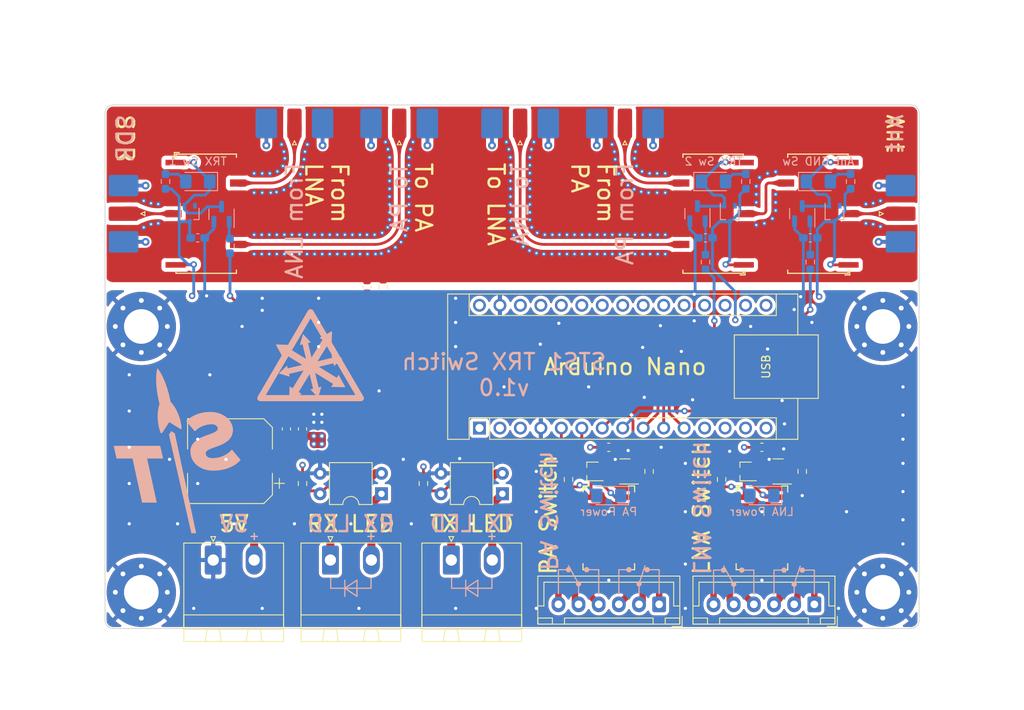
<source format=kicad_pcb>
(kicad_pcb (version 20221018) (generator pcbnew)
  (layers (0 "F.Cu" signal) (1 "In1.Cu" signal) (2 "In2.Cu" signal) (31 "B.Cu" signal) (34 "B.Paste" user) (35 "F.Paste" user) (36 "B.SilkS" user "B.Silkscreen") (37 "F.SilkS" user "F.Silkscreen") (38 "B.Mask" user) (39 "F.Mask" user) (44 "Edge.Cuts" user))
  (net 0 "")
  (net 4 "GND")
  (net 5 "/~{RX_En_In}")
  (net 6 "/~{TX_En_In}")
  (net 7 "/PA_Sw_Out")
  (net 8 "/LNA_Sw_Out")
  (net 9 "/TRX_Sw_1_Out")
  (net 10 "/TRX_Sw_2_Out")
  (net 11 "/Ant_GND_Sw_Out")
  (net 27 "+5V")
  (net 30 "GNDA")
  (net 31 "Net-(D1-A)")
  (net 33 "Net-(D2-A)")
  (net 35 "Net-(D3-A)")
  (net 37 "Net-(D10-K)")
  (net 39 "Net-(D5-A)")
  (net 41 "Net-(D6-A)")
  (net 42 "Net-(D7-A)")
  (net 43 "Net-(D8-A)")
  (net 44 "Net-(D9-A)")
  (net 45 "Net-(D10-A)")
  (net 46 "/RF_SDR")
  (net 47 "/RF_From_LNA")
  (net 48 "/RF_To_PA")
  (net 49 "/RF_To_LNA")
  (net 50 "/RF_From_PA")
  (net 51 "/RF_Ant")
  (net 52 "Net-(J7-Pin_1)")
  (net 53 "Net-(J7-Pin_2)")
  (net 54 "Net-(J8-Pin_1)")
  (net 55 "Net-(J8-Pin_2)")
  (net 56 "Net-(J10-Pin_1)")
  (net 57 "Net-(J10-Pin_2)")
  (net 58 "Net-(J10-Pin_3)")
  (net 59 "Net-(J10-Pin_4)")
  (net 60 "Net-(J10-Pin_5)")
  (net 61 "Net-(J10-Pin_6)")
  (net 62 "Net-(J11-Pin_1)")
  (net 63 "Net-(J11-Pin_2)")
  (net 64 "Net-(J11-Pin_3)")
  (net 65 "Net-(J11-Pin_4)")
  (net 66 "Net-(J11-Pin_5)")
  (net 67 "Net-(J11-Pin_6)")
  (net 68 "/RF_Ant_Protected")
  (net 69 "Net-(Q1-B)")
  (net 70 "Net-(Q2-B)")
  (net 71 "Net-(Q3-B)")
  (net 72 "Net-(Q4-B)")
  (net 73 "Net-(Q5-B)")
  (footprint "Capacitor_SMD:C_0603_1608Metric_Pad1.08x0.95mm_HandSolder" (layer "F.Cu") (at 140 68.0875 -90)
    (fp_text reference "C9" hide)
    (fp_text value "1µ")
  )
  (footprint "Connector_Coaxial:SMA_Molex_73251-2120_EdgeMount_Horizontal" (layer "F.Cu") (at 159 47.54 90)
    (fp_text reference "J4" hide)
    (fp_text value "To_LNA")
  )
  (footprint "Connector_Phoenix_MSTB:PhoenixContact_MSTBA_2,5_2-G-5,08_1x02_P5.08mm_Horizontal" (layer "F.Cu") (at 135.46 102)
    (fp_text reference "J7" hide)
    (fp_text value "RX_LED")
  )
  (footprint "Module:Arduino_Nano" (layer "F.Cu") (at 153.95 85.61 90)
    (fp_text reference "A1" hide)
    (fp_text value "Arduino_Nano_v2.x")
  )
  (footprint "Relay_SMD:Relay_SPDT_AXICOM_HF3Series_50ohms_Pitch1.27mm" (layer "F.Cu") (at 196 59 180)
    (fp_text reference "K3" hide)
    (fp_text value "HF3-53")
  )
  (footprint "Package_TO_SOT_SMD:SOT-323_SC-70" (layer "F.Cu") (at 168 91 180)
    (fp_text reference "D5" hide)
    (fp_text value "BAS16W")
  )
  (footprint "Capacitor_SMD:C_0603_1608Metric_Pad1.08x0.95mm_HandSolder" (layer "F.Cu") (at 170 88)
    (fp_text reference "C7" hide)
    (fp_text value "1µ")
  )
  (footprint "MountingHole:MountingHole_4.3mm_M4_Pad_Via" (layer "F.Cu") (at 112 73)
    (fp_text reference "H1" hide)
    (fp_text value "M4")
  )
  (footprint "Connector_JST:JST_XH_B6B-XH-A_1x06_P2.50mm_Vertical" (layer "F.Cu") (at 176.25 107.5 180)
    (fp_text reference "J10" hide)
    (fp_text value "PA_Switch")
  )
  (footprint "Package_DIP:DIP-4_W7.62mm" (layer "F.Cu") (at 141.8 93.775 180)
    (fp_text reference "U1" hide)
    (fp_text value "PC817")
  )
  (footprint "Resistor_SMD:R_0603_1608Metric_Pad0.98x0.95mm_HandSolder" (layer "F.Cu") (at 147 92.5 -90)
    (fp_text reference "R1" hide)
    (fp_text value "10k")
  )
  (footprint "MountingHole:MountingHole_4.3mm_M4_Pad_Via" (layer "F.Cu") (at 112 106)
    (fp_text reference "H3" hide)
    (fp_text value "M4")
  )
  (footprint "Relay_SMD:Relay_SPDT_AXICOM_HF3Series_50ohms_Pitch1.27mm" (layer "F.Cu") (at 120 59)
    (fp_text reference "K1" hide)
    (fp_text value "HF3-53")
  )
  (footprint "Connector_Coaxial:SMA_Molex_73251-2120_EdgeMount_Horizontal" (layer "F.Cu") (at 109.54 59 180)
    (fp_text reference "J1" hide)
    (fp_text value "SDR")
  )
  (footprint "Relay_SMD:Relay_DPDT_AXICOM_IMSeries_JLeg" (layer "F.Cu") (at 170 98)
    (fp_text reference "K4" hide)
    (fp_text value "IM07")
  )
  (footprint "Connector_Coaxial:SMA_Molex_73251-2120_EdgeMount_Horizontal" (layer "F.Cu") (at 144 47.54 90)
    (fp_text reference "J3" hide)
    (fp_text value "To_PA")
  )
  (footprint "MountingHole:MountingHole_4.3mm_M4_Pad_Via" (layer "F.Cu") (at 204 73)
    (fp_text reference "H2" hide)
    (fp_text value "M4")
  )
  (footprint "Package_TO_SOT_SMD:SOT-23" (layer "F.Cu") (at 172 91 180)
    (fp_text reference "Q4" hide)
    (fp_text value "BC847")
  )
  (footprint "Package_TO_SOT_SMD:SOT-323_SC-70" (layer "F.Cu") (at 187 91 180)
    (fp_text reference "D4" hide)
    (fp_text value "BAS16W")
  )
  (footprint "Capacitor_SMD:C_0603_1608Metric_Pad1.08x0.95mm_HandSolder" (layer "F.Cu") (at 132 85.7225 90)
    (fp_text reference "C3" hide)
    (fp_text value "100n")
  )
  (footprint "Resistor_SMD:R_0603_1608Metric_Pad0.98x0.95mm_HandSolder" (layer "F.Cu") (at 142 68.0875 -90)
    (fp_text reference "R13" hide)
    (fp_text value "1M")
  )
  (footprint "Connector_JST:JST_XH_B6B-XH-A_1x06_P2.50mm_Vertical" (layer "F.Cu") (at 195.5 107.5 180)
    (fp_text reference "J11" hide)
    (fp_text value "LNA_Switch")
  )
  (footprint "Package_DIP:DIP-4_W7.62mm" (layer "F.Cu") (at 156.8 93.775 180)
    (fp_text reference "U2" hide)
    (fp_text value "PC817")
  )
  (footprint "Resistor_SMD:R_0603_1608Metric_Pad0.98x0.95mm_HandSolder" (layer "F.Cu") (at 165 92 90)
    (fp_text reference "R6" hide)
    (fp_text value "10k")
  )
  (footprint "Capacitor_SMD:C_0603_1608Metric_Pad1.08x0.95mm_HandSolder" (layer "F.Cu") (at 130 85.7225 90)
    (fp_text reference "C1" hide)
    (fp_text value "1µ")
  )
  (footprint "Capacitor_SMD:CP_Elec_10x10" (layer "F.Cu") (at 123 89.7225 180)
    (fp_text reference "C2" hide)
    (fp_text value "100µ")
  )
  (footprint "Connector_Phoenix_MSTB:PhoenixContact_MSTBA_2,5_2-G-5,08_1x02_P5.08mm_Horizontal" (layer "F.Cu") (at 150.46 102)
    (fp_text reference "J8" hide)
    (fp_text value "TX_LED")
  )
  (footprint "MountingHole:MountingHole_4.3mm_M4_Pad_Via" (layer "F.Cu") (at 204 106)
    (fp_text reference "H4" hide)
    (fp_text value "M4")
  )
  (footprint "Connector_Phoenix_MSTB:PhoenixContact_MSTBA_2,5_2-G-5,08_1x02_P5.08mm_Horizontal" (layer "F.Cu") (at 120.92 102)
    (fp_text reference "J9" hide)
    (fp_text value "5V_Supply")
  )
  (footprint "Connector_Coaxial:SMA_Molex_73251-2120_EdgeMount_Horizontal" (layer "F.Cu") (at 206.46 59)
    (fp_text reference "J6" hide)
    (fp_text value "Antenna")
  )
  (footprint "Resistor_SMD:R_0603_1608Metric_Pad0.98x0.95mm_HandSolder" (layer "F.Cu") (at 184 92 90)
    (fp_text reference "R7" hide)
    (fp_text value "10k")
  )
  (footprint "Resistor_SMD:R_0603_1608Metric_Pad0.98x0.95mm_HandSolder" (layer "F.Cu") (at 132 92.5 -90)
    (fp_text reference "R2" hide)
    (fp_text value "10k")
  )
  (footprint "Connector_Coaxial:SMA_Molex_73251-2120_EdgeMount_Horizontal" (layer "F.Cu") (at 131 47.54 90)
    (fp_text reference "J2" hide)
    (fp_text value "From_LNA")
  )
  (footprint "Resistor_SMD:R_0603_1608Metric_Pad0.98x0.95mm_HandSolder" (layer "F.Cu") (at 175 91 90)
    (fp_text reference "R8" hide)
    (fp_text value "1k")
  )
  (footprint "Capacitor_SMD:C_0603_1608Metric_Pad1.08x0.95mm_HandSolder" (layer "F.Cu") (at 189 88)
    (fp_text reference "C8" hide)
    (fp_text value "1µ")
  )
  (footprint "Connector_Coaxial:SMA_Molex_73251-2120_EdgeMount_Horizontal" (layer "F.Cu") (at 172 47.54 90)
    (fp_text reference "J5" hide)
    (fp_text value "From_PA")
  )
  (footprint "Relay_SMD:Relay_SPDT_AXICOM_HF3Series_50ohms_Pitch1.27mm" (layer "F.Cu") (at 183 59 180)
    (fp_text reference "K2" hide)
    (fp_text value "HF3-53")
  )
  (footprint "Resistor_SMD:R_0603_1608Metric_Pad0.98x0.95mm_HandSolder" (layer "F.Cu") (at 194 91 90)
    (fp_text reference "R9" hide)
    (fp_text value "1k")
  )
  (footprint "Package_TO_SOT_SMD:SOT-23" (layer "F.Cu") (at 191 91 180)
    (fp_text reference "Q5" hide)
    (fp_text value "BC847")
  )
  (footprint "Relay_SMD:Relay_DPDT_AXICOM_IMSeries_JLeg" (layer "F.Cu") (at 189 98)
    (fp_text reference "K5" hide)
    (fp_text value "IM07")
  )
  (footprint "Package_TO_SOT_SMD:SOT-323_SC-70" (layer "B.Cu") (at 198 59 -90)
    (fp_text reference "D3" hide)
    (fp_text value "BAS16W")
  )
  (footprint "Resistor_SMD:R_0603_1608Metric_Pad0.98x0.95mm_HandSolder" (layer "B.Cu") (at 123 63 90)
    (fp_text reference "R12" hide)
    (fp_text value "1k")
  )
  (footprint "LED_SMD:LED_1206_3216Metric_Pad1.42x1.75mm_HandSolder" (layer "B.Cu") (at 170 94 180)
    (fp_text reference "D9" hide)
    (fp_text value "PA_Sw")
  )
  (footprint "Package_TO_SOT_SMD:SOT-323_SC-70" (layer "B.Cu") (at 118 59 -90)
    (fp_text reference "D1" hide)
    (fp_text value "BAS16W")
  )
  (footprint "Package_TO_SOT_SMD:SOT-323_SC-70" (layer "B.Cu") (at 185 59 -90)
    (fp_text reference "D2" hide)
    (fp_text value "BAS16W")
  )
  (footprint "Resistor_SMD:R_0603_1608Metric_Pad0.98x0.95mm_HandSolder" (layer "B.Cu") (at 200 55 -90)
    (fp_text reference "R5" hide)
    (fp_text value "10k")
  )
  (footprint "Resistor_SMD:R_0603_1608Metric_Pad0.98x0.95mm_HandSolder" (layer "B.Cu") (at 182 65 90)
    (fp_text reference "R11" hide)
    (fp_text value "1k")
  )
  (footprint "Package_TO_SOT_SMD:SOT-23" (layer "B.Cu") (at 194 59 90)
    (fp_text reference "Q3" hide)
    (fp_text value "BC847")
  )
  (footprint "LED_SMD:LED_1206_3216Metric_Pad1.42x1.75mm_HandSolder" (layer "B.Cu") (at 119 55 180)
    (fp_text reference "D6" hide)
    (fp_text value "TRX_Sw_1")
  )
  (footprint "Package_TO_SOT_SMD:SOT-23" (layer "B.Cu") (at 121.95 59.0625 90)
    (fp_text reference "Q1" hide)
    (fp_text value "BC847")
  )
  (footprint "LED_SMD:LED_1206_3216Metric_Pad1.42x1.75mm_HandSolder" (layer "B.Cu") (at 196 55)
    (fp_text reference "D8" hide)
    (fp_text value "Ant_GND_Sw")
  )
  (footprint "Resistor_SMD:R_0603_1608Metric_Pad0.98x0.95mm_HandSolder" (layer "B.Cu") (at 195 65 90)
    (fp_text reference "R10" hide)
    (fp_text value "1k")
  )
  (footprint "Resistor_SMD:R_0603_1608Metric_Pad0.98x0.95mm_HandSolder" (layer "B.Cu") (at 115 55 -90)
    (fp_text reference "R3" hide)
    (fp_text value "10k")
  )
  (footprint "Capacitor_SMD:C_0603_1608Metric_Pad1.08x0.95mm_HandSolder" (layer "B.Cu") (at 119 62)
    (fp_text reference "C4" hide)
    (fp_text value "1µ")
  )
  (footprint "Package_TO_SOT_SMD:SOT-23" (layer "B.Cu") (at 181 59 90)
    (fp_text reference "Q2" hide)
    (fp_text value "BC847")
  )
  (footprint "Capacitor_SMD:C_0603_1608Metric_Pad1.08x0.95mm_HandSolder" (layer "B.Cu") (at 182 62 180)
    (fp_text reference "C5" hide)
    (fp_text value "1µ")
  )
  (footprint "LED_SMD:LED_1206_3216Metric_Pad1.42x1.75mm_HandSolder" (layer "B.Cu") (at 189 94 180)
    (fp_text reference "D10" hide)
    (fp_text value "LNA_Sw")
  )
  (footprint "LED_SMD:LED_1206_3216Metric_Pad1.42x1.75mm_HandSolder" (layer "B.Cu") (at 183 55)
    (fp_text reference "D7" hide)
    (fp_text value "TRX_Sw_2")
  )
  (footprint "Resistor_SMD:R_0603_1608Metric_Pad0.98x0.95mm_HandSolder" (layer "B.Cu") (at 187 55 -90)
    (fp_text reference "R4" hide)
    (fp_text value "10k")
  )
  (footprint "Capacitor_SMD:C_0603_1608Metric_Pad1.08x0.95mm_HandSolder" (layer "B.Cu") (at 195 62 180)
    (fp_text reference "C6" hide)
    (fp_text value "1µ")
  )
  (gr_line (start 193 106.25) (end 193 105) (stroke (width 0.15)) (layer "B.SilkS"))
  (gr_line (start 153.75 104.5) (end 152.25 105.5) (stroke (width 0.15)) (layer "B.SilkS"))
  (gr_line (start 188 106.25) (end 188 103.25) (stroke (width 0.15)) (layer "B.SilkS"))
  (gr_line (start 137.25 104.5) (end 137.25 106.5) (stroke (width 0.15)) (layer "B.SilkS"))
  (gr_line (start 152.25 104.5) (end 152.25 106.5) (stroke (width 0.15)) (layer "B.SilkS"))
  (gr_line (start 173.75 104.95) (end 174.5 102.7) (stroke (width 0.15)) (layer "B.SilkS"))
  (gr_line (start 140.5 105.5) (end 140.5 104.25) (stroke (width 0.15)) (layer "B.SilkS"))
  (gr_poly (pts (xy 120.296835 83.615677) (xy 120.084606 83.63006) (xy 119.874393 83.653899) (xy 119.666709 83.687085) (xy 119.462063 83.729511) (xy 119.260969 83.781068) (xy 119.063938 83.841646) (xy 118.871482 83.911139) (xy 118.684111 83.989436) (xy 118.502339 84.076431) (xy 118.326676 84.172014) (xy 118.157634 84.276076) (xy 117.995725 84.38851) (xy 117.84146 84.509207) (xy 117.695351 84.638058) (xy 117.55791 84.774955) (xy 118.64794 86.023807) (xy 118.749365 85.916255) (xy 118.858603 85.815869) (xy 118.974787 85.722616) (xy 119.097048 85.636466) (xy 119.224518 85.557387) (xy 119.356329 85.485348) (xy 119.491612 85.420318) (xy 119.6295 85.362265) (xy 119.769124 85.31116) (xy 119.909616 85.266969) (xy 120.050107 85.229663) (xy 120.18973 85.199209) (xy 120.327616 85.175578) (xy 120.462897 85.158737) (xy 120.594704 85.148655) (xy 120.72217 85.145301) (xy 120.810958 85.148224) (xy 120.894691 85.156776) (xy 120.973276 85.170631) (xy 121.04662 85.189463) (xy 121.11463 85.212947) (xy 121.177213 85.240757) (xy 121.234277 85.272568) (xy 121.26071 85.289872) (xy 121.285729 85.308054) (xy 121.309321 85.327073) (xy 121.331475 85.346889) (xy 121.352179 85.36746) (xy 121.371423 85.388747) (xy 121.389193 85.410708) (xy 121.40548 85.433304) (xy 121.42027 85.456492) (xy 121.433553 85.480232) (xy 121.445316 85.504484) (xy 121.455549 85.529208) (xy 121.46424 85.554361) (xy 121.471376 85.579904) (xy 121.476946 85.605796) (xy 121.48094 85.631996) (xy 121.483344 85.658463) (xy 121.484149 85.685157) (xy 121.482825 85.713578) (xy 121.478894 85.741343) (xy 121.472412 85.768478) (xy 121.463439 85.795008) (xy 121.452032 85.820958) (xy 121.43825 85.846353) (xy 121.42215 85.871218) (xy 121.40379 85.895578) (xy 121.38323 85.919459) (xy 121.360526 85.942885) (xy 121.335738 85.965882) (xy 121.308923 85.988475) (xy 121.280139 86.010689) (xy 121.249444 86.032549) (xy 121.216897 86.05408) (xy 121.182555 86.075307) (xy 121.146478 86.096256) (xy 121.108722 86.116952) (xy 121.028408 86.157683) (xy 120.94208 86.197702) (xy 120.850201 86.237211) (xy 120.753238 86.276409) (xy 120.651655 86.315498) (xy 120.436488 86.394152) (xy 120.046854 86.52724) (xy 119.846296 86.602572) (xy 119.645198 86.684878) (xy 119.446025 86.774996) (xy 119.25124 86.873762) (xy 119.063308 86.982015) (xy 118.884695 87.100591) (xy 118.717864 87.230328) (xy 118.639638 87.299643) (xy 118.565281 87.372062) (xy 118.495103 87.44769) (xy 118.429411 87.526631) (xy 118.368513 87.60899) (xy 118.312717 87.694871) (xy 118.262332 87.78438) (xy 118.217665 87.877621) (xy 118.179025 87.974699) (xy 118.146719 88.075717) (xy 118.121056 88.180781) (xy 118.102344 88.289996) (xy 118.090891 88.403466) (xy 118.087004 88.521296) (xy 118.090156 88.640791) (xy 118.099564 88.759062) (xy 118.115162 88.875942) (xy 118.136882 88.991262) (xy 118.164655 89.104853) (xy 118.198414 89.216546) (xy 118.238092 89.326174) (xy 118.28362 89.433568) (xy 118.33493 89.538559) (xy 118.391954 89.640978) (xy 118.454626 89.740657) (xy 118.522876 89.837427) (xy 118.596637 89.93112) (xy 118.675842 90.021568) (xy 118.760422 90.1086) (xy 118.85031 90.19205) (xy 118.945437 90.271749) (xy 119.045736 90.347527) (xy 119.151139 90.419216) (xy 119.261579 90.486648) (xy 119.376987 90.549655) (xy 119.497295 90.608067) (xy 119.622436 90.661716) (xy 119.752342 90.710433) (xy 119.886945 90.75405) (xy 120.026178 90.792399) (xy 120.169971 90.82531) (xy 120.318258 90.852616) (xy 120.470971 90.874147) (xy 120.628042 90.889735) (xy 120.789402 90.899211) (xy 120.954985 90.902407) (xy 121.222772 90.89615) (xy 121.485937 90.877646) (xy 121.743829 90.847298) (xy 121.995798 90.805511) (xy 122.241192 90.752686) (xy 122.479362 90.689228) (xy 122.709655 90.615538) (xy 122.931422 90.532021) (xy 123.144011 90.43908) (xy 123.346772 90.337117) (xy 123.539054 90.226535) (xy 123.720206 90.107739) (xy 123.889578 89.98113) (xy 124.046518 89.847112) (xy 124.190376 89.706089) (xy 124.320502 89.558463) (xy 123.230471 88.277934) (xy 123.230467 88.277934) (xy 123.130116 88.396329) (xy 123.020012 88.509218) (xy 122.900823 88.616306) (xy 122.773215 88.7173) (xy 122.637855 88.811904) (xy 122.49541 88.899825) (xy 122.346547 88.980769) (xy 122.191933 89.054442) (xy 122.032235 89.120548) (xy 121.868118 89.178795) (xy 121.700252 89.228888) (xy 121.529301 89.270533) (xy 121.355933 89.303435) (xy 121.180816 89.327301) (xy 121.004615 89.341837) (xy 120.827998 89.346747) (xy 120.772526 89.345858) (xy 120.719199 89.343233) (xy 120.667992 89.338932) (xy 120.61888 89.33302) (xy 120.571838 89.325557) (xy 120.52684 89.316605) (xy 120.483861 89.306227) (xy 120.442876 89.294485) (xy 120.403859 89.281441) (xy 120.366787 89.267156) (xy 120.331632 89.251694) (xy 120.298371 89.235115) (xy 120.266978 89.217482) (xy 120.237428 89.198857) (xy 120.209695 89.179302) (xy 120.183755 89.15888) (xy 120.159582 89.137651) (xy 120.137152 89.115678) (xy 120.116438 89.093024) (xy 120.097416 89.06975) (xy 120.064346 89.021592) (xy 120.03774 88.971699) (xy 120.017398 88.920568) (xy 120.003117 88.868696) (xy 119.994697 88.816578) (xy 119.991935 88.764712) (xy 119.993229 88.733393) (xy 119.997077 88.702911) (xy 120.003429 88.673234) (xy 120.012235 88.644333) (xy 120.023444 88.616175) (xy 120.037006 88.58873) (xy 120.05287 88.561968) (xy 120.070985 88.535856) (xy 120.091302 88.510364) (xy 120.11377 88.485461) (xy 120.138339 88.461116) (xy 120.164958 88.437297) (xy 120.193576 88.413975) (xy 120.224144 88.391117) (xy 120.25661 88.368694) (xy 120.290925 88.346673) (xy 120.327038 88.325024) (xy 120.364899 88.303716) (xy 120.44566 88.261998) (xy 120.532807 88.221271) (xy 120.625936 88.181288) (xy 120.724643 88.141799) (xy 120.828525 88.102558) (xy 120.937179 88.063316) (xy 121.0502 88.023825) (xy 121.432384 87.888895) (xy 121.629593 87.813806) (xy 121.827593 87.732146) (xy 122.023918 87.642799) (xy 122.216104 87.544649) (xy 122.401686 87.436577) (xy 122.578198 87.317469) (xy 122.743177 87.186207) (xy 122.82057 87.11567) (xy 122.894155 87.041675) (xy 122.963625 86.964084) (xy 123.02867 86.882757) (xy 123.088982 86.797554) (xy 123.144255 86.708336) (xy 123.194178 86.614962) (xy 123.238445 86.517295) (xy 123.276747 86.415193) (xy 123.308776 86.308518) (xy 123.334224 86.197129) (xy 123.352782 86.080888) (xy 123.364143 85.959655) (xy 123.367998 85.833289) (xy 123.365118 85.738449) (xy 123.356487 85.642631) (xy 123.342125 85.546097) (xy 123.322047 85.449109) (xy 123.296273 85.351928) (xy 123.264818 85.254816) (xy 123.227701 85.158034) (xy 123.184939 85.061844) (xy 123.13655 84.966507) (xy 123.08255 84.872285) (xy 123.022958 84.77944) (xy 122.957791 84.688233) (xy 122.887066 84.598925) (xy 122.810801 84.511779) (xy 122.729014 84.427055) (xy 122.641721 84.345015) (xy 122.54894 84.265921) (xy 122.450689 84.190035) (xy 122.346985 84.117617) (xy 122.237846 84.04893) (xy 122.123289 83.984235) (xy 122.003331 83.923793) (xy 121.87799 83.867866) (xy 121.747284 83.816716) (xy 121.61123 83.770604) (xy 121.469845 83.729792) (xy 121.323146 83.694541) (xy 121.171153 83.665113) (xy 121.01388 83.641769) (xy 120.851348 83.62477) (xy 120.683571 83.61438) (xy 120.510569 83.610858)) (fill solid) (layer "B.SilkS"))
  (gr_line (start 171.25 103.2) (end 172.5 103.2) (stroke (width 0.15)) (layer "B.SilkS"))
  (gr_circle (center 184.25 103.25) (end 184.5 103.25) (stroke (width 0.15)) (fill solid) (layer "B.SilkS"))
  (gr_line (start 163.75 106.2) (end 163.75 103.2) (stroke (width 0.15)) (layer "B.SilkS"))
  (gr_line (start 176.25 103.2) (end 174.75 103.2) (stroke (width 0.15)) (layer "B.SilkS"))
  (gr_line (start 168.75 103.2) (end 167.25 103.2) (stroke (width 0.15)) (layer "B.SilkS"))
  (gr_line (start 190.5 103.25) (end 191.75 103.25) (stroke (width 0.15)) (layer "B.SilkS"))
  (gr_line (start 150.5 104.25) (end 150.5 105.5) (stroke (width 0.15)) (layer "B.SilkS"))
  (gr_line (start 183 106.25) (end 183 103.25) (stroke (width 0.15)) (layer "B.SilkS"))
  (gr_line (start 138.75 104.5) (end 137.25 105.5) (stroke (width 0.15)) (layer "B.SilkS"))
  (gr_line (start 195.5 103.25) (end 194 103.25) (stroke (width 0.15)) (layer "B.SilkS"))
  (gr_line (start 190.5 106.25) (end 190.5 103.25) (stroke (width 0.15)) (layer "B.SilkS"))
  (gr_circle (center 193 105) (end 193.25 105) (stroke (width 0.15)) (fill solid) (layer "B.SilkS"))
  (gr_poly (pts (xy 108.921512 89.4) (xy 110.9006 89.4) (xy 112.096462 94.871497) (xy 113.916705 94.871497) (xy 112.720928 89.4) (xy 114.7 89.4) (xy 114.340114 87.812499) (xy 108.572444 87.812499)) (fill solid) (layer "B.SilkS"))
  (gr_line (start 188 103.25) (end 186.5 103.25) (stroke (width 0.15)) (layer "B.SilkS"))
  (gr_circle (center 185.5 105) (end 185.75 105) (stroke (width 0.15)) (fill solid) (layer "B.SilkS"))
  (gr_circle (center 194 103.25) (end 194.25 103.25) (stroke (width 0.15)) (fill solid) (layer "B.SilkS"))
  (gr_line (start 171.25 106.2) (end 171.25 103.2) (stroke (width 0.15)) (layer "B.SilkS"))
  (gr_line (start 173.75 106.2) (end 173.75 104.95) (stroke (width 0.15)) (layer "B.SilkS"))
  (gr_poly (pts (xy 115.425945 86.432185) (xy 118.208621 98.674475) (xy 118.806475 98.674475) (xy 116.158367 86.270823) (xy 115.713126 85.993419)) (fill solid) (layer "B.SilkS"))
  (gr_line (start 183 103.25) (end 184.25 103.25) (stroke (width 0.15)) (layer "B.SilkS"))
  (gr_line (start 168.75 106.2) (end 168.75 103.2) (stroke (width 0.15)) (layer "B.SilkS"))
  (gr_line (start 185.5 105) (end 184.25 102.75) (stroke (width 0.15)) (layer "B.SilkS"))
  (gr_poly (pts (xy 113.92672 78.445231) (xy 113.876632 78.780922) (xy 113.841386 79.257001) (xy 113.835616 79.548787) (xy 113.841101 79.876992) (xy 113.860358 80.242056) (xy 113.8959 80.644421) (xy 113.950244 81.084527) (xy 114.025903 81.562814) (xy 114.125394 82.079723) (xy 114.251231 82.635696) (xy 114.251235 82.635696) (xy 114.201452 82.797893) (xy 114.15863 82.959995) (xy 114.122415 83.12167) (xy 114.092456 83.282586) (xy 114.0684 83.442413) (xy 114.049892 83.600818) (xy 114.036582 83.757471) (xy 114.028115 83.912039) (xy 114.024139 84.064192) (xy 114.024302 84.213599) (xy 114.028249 84.359927) (xy 114.035629 84.502845) (xy 114.059275 84.777127) (xy 114.092417 85.033793) (xy 114.132231 85.270192) (xy 114.175894 85.483673) (xy 114.220585 85.671585) (xy 114.263481 85.831276) (xy 114.332593 86.055392) (xy 114.360648 86.134811) (xy 114.364389 86.145042) (xy 114.368652 86.154973) (xy 114.37341 86.16458) (xy 114.378633 86.173843) (xy 114.384293 86.182738) (xy 114.390362 86.191243) (xy 114.396811 86.199335) (xy 114.403612 86.206993) (xy 114.410735 86.214194) (xy 114.418152 86.220916) (xy 114.425835 86.227136) (xy 114.433755 86.232832) (xy 114.441883 86.237981) (xy 114.450191 86.242562) (xy 114.45865 86.246551) (xy 114.467232 86.249927) (xy 114.475908 86.252667) (xy 114.484649 86.254749) (xy 114.493428 86.25615) (xy 114.502214 86.256849) (xy 114.51098 86.256822) (xy 114.519697 86.256047) (xy 114.528337 86.254503) (xy 114.536871 86.252166) (xy 114.54527 86.249015) (xy 114.553505 86.245026) (xy 114.561549 86.240178) (xy 114.569372 86.234449) (xy 114.576946 86.227815) (xy 114.584243 86.220255) (xy 114.591233 86.211746) (xy 114.597888 86.202265) (xy 115.466392 84.875556) (xy 116.812255 85.71416) (xy 116.822284 85.719969) (xy 116.832208 85.724755) (xy 116.842011 85.728552) (xy 116.851676 85.731392) (xy 116.861187 85.733307) (xy 116.870526 85.734329) (xy 116.879678 85.73449) (xy 116.888627 85.733824) (xy 116.897354 85.732362) (xy 116.905844 85.730135) (xy 116.914081 85.727178) (xy 116.922047 85.723521) (xy 116.929726 85.719198) (xy 116.937102 85.71424) (xy 116.944158 85.70868) (xy 116.950877 85.70255) (xy 116.957244 85.695882) (xy 116.96324 85.688708) (xy 116.968851 85.681062) (xy 116.974058 85.672974) (xy 116.978847 85.664478) (xy 116.983199 85.655605) (xy 116.987099 85.646388) (xy 116.99053 85.636859) (xy 116.993475 85.627051) (xy 116.995919 85.616996) (xy 116.997843 85.606725) (xy 116.999232 85.596272) (xy 117.00007 85.585668) (xy 117.000339 85.574945) (xy 117.000023 85.564137) (xy 116.999106 85.553275) (xy 116.959684 85.237026) (xy 116.893042 84.884818) (xy 116.842924 84.672766) (xy 116.779679 84.441537) (xy 116.701859 84.194723) (xy 116.608017 83.935918) (xy 116.496708 83.668712) (xy 116.366482 83.396697) (xy 116.215894 83.123467) (xy 116.043497 82.852612) (xy 115.847844 82.587724) (xy 115.740843 82.458641) (xy 115.627487 82.332397) (xy 115.56879 82.047817) (xy 115.507959 81.775049) (xy 115.445256 81.51391) (xy 115.380944 81.264217) (xy 115.315283 81.025789) (xy 115.248537 80.798444) (xy 115.180967 80.581999) (xy 115.112837 80.376272) (xy 115.044407 80.181082) (xy 114.97594 79.996246) (xy 114.907698 79.821582) (xy 114.839944 79.656908) (xy 114.772939 79.502042) (xy 114.706946 79.356802) (xy 114.642226 79.221005) (xy 114.579043 79.094471) (xy 114.517658 78.977015) (xy 114.458333 78.868458) (xy 114.346914 78.677306) (xy 114.246881 78.519559) (xy 114.160334 78.39376) (xy 114.089368 78.298452) (xy 114.036082 78.232179) (xy 113.990936 78.180908)) (fill solid) (layer "B.SilkS"))
  (gr_line (start 185.5 106.25) (end 185.5 105) (stroke (width 0.15)) (layer "B.SilkS"))
  (gr_circle (center 172.5 103.2) (end 172.75 103.2) (stroke (width 0.15)) (fill solid) (layer "B.SilkS"))
  (gr_circle (center 191.75 103.25) (end 192 103.25) (stroke (width 0.15)) (fill solid) (layer "B.SilkS"))
  (gr_circle (center 186.5 103.25) (end 186.75 103.25) (stroke (width 0.15)) (fill solid) (layer "B.SilkS"))
  (gr_line (start 166.25 106.2) (end 166.25 104.95) (stroke (width 0.15)) (layer "B.SilkS"))
  (gr_line (start 138.75 104.5) (end 138.75 106.5) (stroke (width 0.15)) (layer "B.SilkS"))
  (gr_line (start 150.5 105.5) (end 155.5 105.5) (stroke (width 0.15)) (layer "B.SilkS"))
  (gr_line (start 153.75 104.5) (end 153.75 106.5) (stroke (width 0.15)) (layer "B.SilkS"))
  (gr_line (start 155.5 105.5) (end 155.5 104.25) (stroke (width 0.15)) (layer "B.SilkS"))
  (gr_line (start 138.75 106.5) (end 137.25 105.5) (stroke (width 0.15)) (layer "B.SilkS"))
  (gr_line (start 193 105) (end 193.75 102.75) (stroke (width 0.15)) (layer "B.SilkS"))
  (gr_line (start 176.25 106.2) (end 176.25 103.2) (stroke (width 0.15)) (layer "B.SilkS"))
  (gr_circle (center 174.75 103.2) (end 175 103.2) (stroke (width 0.15)) (fill solid) (layer "B.SilkS"))
  (gr_line (start 166.25 104.95) (end 165 102.7) (stroke (width 0.15)) (layer "B.SilkS"))
  (gr_poly (pts (xy 133 70.855367) (xy 132.987086 70.855563) (xy 132.974242 70.85618) (xy 132.961477 70.857215) (xy 132.948799 70.858662) (xy 132.936218 70.860516) (xy 132.923741 70.862772) (xy 132.911379 70.865425) (xy 132.899139 70.86847) (xy 132.887031 70.871901) (xy 132.875063 70.875715) (xy 132.863244 70.879905) (xy 132.851583 70.884467) (xy 132.84009 70.889396) (xy 132.828771 70.894686) (xy 132.817638 70.900333) (xy 132.806697 70.906333) (xy 132.795959 70.912678) (xy 132.785432 70.919366) (xy 132.775124 70.92639) (xy 132.765045 70.933745) (xy 132.755204 70.941428) (xy 132.745608 70.949432) (xy 132.736268 70.957752) (xy 132.727192 70.966384) (xy 132.718388 70.975322) (xy 132.709865 70.984562) (xy 132.701633 70.994099) (xy 132.693701 71.003927) (xy 132.686076 71.014041) (xy 132.678767 71.024437) (xy 132.671785 71.035109) (xy 132.665137 71.046053) (xy 130.195003 75.274735) (xy 128.6814 75.231843) (xy 129.420374 76.600752) (xy 129.134602 77.090128) (xy 129.788827 77.496821) (xy 129.136153 77.093228) (xy 129.13357 77.091678) (xy 126.437094 81.70845) (xy 126.424978 81.730868) (xy 126.414475 81.753847) (xy 126.405585 81.777307) (xy 126.398307 81.801168) (xy 126.392641 81.82535) (xy 126.388588 81.849774) (xy 126.386148 81.874359) (xy 126.38532 81.899026) (xy 126.386105 81.923693) (xy 126.388504 81.948282) (xy 126.392515 81.972713) (xy 126.398139 81.996905) (xy 126.405376 82.020778) (xy 126.414227 82.044253) (xy 126.42469 82.067249) (xy 126.436767 82.089687) (xy 126.450324 82.111284) (xy 126.46518 82.131783) (xy 126.481265 82.151143) (xy 126.49851 82.169326) (xy 126.516845 82.186291) (xy 126.536198 82.201997) (xy 126.556501 82.216405) (xy 126.577684 82.229475) (xy 126.599676 82.241166) (xy 126.622408 82.251437) (xy 126.645809 82.26025) (xy 126.669809 82.267564) (xy 126.694339 82.273339) (xy 126.719329 82.277534) (xy 126.744708 82.280109) (xy 126.770407 82.281025) (xy 132.63103 82.281025) (xy 132.623278 81.517247) (xy 131.620756 81.517247) (xy 131.897225 81.367903) (xy 131.521021 81.135876) (xy 132.881661 78.925674) (xy 133.310058 80.726598) (xy 132.965893 80.808764) (xy 133.635103 81.517247) (xy 132.624829 81.517247) (xy 132.632064 82.281025) (xy 139.228043 82.281025) (xy 139.240955 82.280827) (xy 139.253796 82.280208) (xy 139.266559 82.279171) (xy 139.279235 82.277723) (xy 139.291814 82.275868) (xy 139.304288 82.273611) (xy 139.316648 82.270958) (xy 139.328885 82.267912) (xy 139.340991 82.26448) (xy 139.352957 82.260666) (xy 139.364773 82.256476) (xy 139.376431 82.251914) (xy 139.387923 82.246985) (xy 139.399239 82.241694) (xy 139.41037 82.236047) (xy 139.421308 82.230049) (xy 139.432045 82.223704) (xy 139.44257 82.217017) (xy 139.452875 82.209993) (xy 139.462952 82.202639) (xy 139.472792 82.194957) (xy 139.482386 82.186955) (xy 139.491724 82.178635) (xy 139.500799 82.170005) (xy 139.509601 82.161068) (xy 139.518122 82.151829) (xy 139.526353 82.142294) (xy 139.534284 82.132468) (xy 139.541908 82.122356) (xy 139.549215 82.111962) (xy 139.556197 82.101292) (xy 139.562844 82.09035) (xy 139.57499 82.067891) (xy 139.585516 82.044868) (xy 139.594424 82.021363) (xy 139.601712 81.997455) (xy 139.607382 81.973225) (xy 139.611433 81.948754) (xy 139.613866 81.924122) (xy 139.614679 81.899408) (xy 139.613874 81.874695) (xy 139.611449 81.850062) (xy 139.607406 81.825589) (xy 139.601744 81.801358) (xy 139.594463 81.777447) (xy 139.585563 81.753939) (xy 139.575044 81.730913) (xy 139.562906 81.70845) (xy 137.274157 77.79086) (xy 137.27054 77.792927) (xy 136.596162 78.157246) (xy 138.558833 81.517247) (xy 134.033528 81.517247) (xy 134.34307 80.481135) (xy 133.998388 80.563301) (xy 133.569991 78.76186) (xy 135.781225 80.123017) (xy 135.549198 80.499739) (xy 137.317566 80.549865) (xy 136.47679 78.992854) (xy 136.244763 79.369576) (xy 134.770456 78.46162) (xy 132.129252 78.46162) (xy 130.767578 80.672338) (xy 130.390857 80.44031) (xy 130.360368 81.517247) (xy 127.440133 81.517247) (xy 129.788827 77.496821) (xy 130.245646 76.714957) (xy 131.964404 77.77329) (xy 130.162964 78.201688) (xy 130.081315 77.857523) (xy 129.052955 78.829556) (xy 130.408944 79.234183) (xy 130.327295 78.890018) (xy 132.129252 78.46162) (xy 134.770456 78.46162) (xy 134.034562 78.008418) (xy 135.835486 77.58002) (xy 135.917651 77.924185) (xy 136.2675 77.593973) (xy 136.595646 78.155696) (xy 137.273641 77.789827) (xy 136.841626 77.050854) (xy 136.946529 76.952152) (xy 136.749642 76.89324) (xy 135.872692 75.392557) (xy 135.195731 75.757909) (xy 135.195215 75.757909) (xy 135.670121 76.571296) (xy 135.590022 76.547525) (xy 135.671671 76.89169) (xy 133.870747 77.320088) (xy 135.018481 75.455602) (xy 135.194181 75.756876) (xy 135.872176 75.391523) (xy 135.618961 74.957958) (xy 135.658235 73.572513) (xy 135.013314 73.921329) (xy 134.335835 74.287198) (xy 134.101741 74.413805) (xy 134.478463 74.645833) (xy 133.117305 76.85655) (xy 132.688907 75.05511) (xy 133.033073 74.972944) (xy 132.061039 73.944067) (xy 131.655896 75.300573) (xy 132.000578 75.218408) (xy 132.428975 77.019848) (xy 130.69213 75.950663) (xy 133 72) (xy 134.334802 74.285648) (xy 135.012797 73.920295) (xy 133.333313 71.046052) (xy 133.319739 71.024521) (xy 133.304872 71.004085) (xy 133.288783 70.984785) (xy 133.271539 70.96666) (xy 133.253212 70.949751) (xy 133.23387 70.934097) (xy 133.213584 70.919739) (xy 133.192423 70.906715) (xy 133.170457 70.895066) (xy 133.147755 70.884832) (xy 133.124388 70.876052) (xy 133.100424 70.868767) (xy 133.075934 70.863016) (xy 133.050986 70.858839) (xy 133.025652 70.856276) (xy 133 70.855367)) (fill solid) (layer "B.SilkS"))
  (gr_line (start 153.75 106.5) (end 152.25 105.5) (stroke (width 0.15)) (layer "B.SilkS"))
  (gr_circle (center 167.25 103.2) (end 167.5 103.2) (stroke (width 0.15)) (fill solid) (layer "B.SilkS"))
  (gr_line (start 163.75 103.2) (end 165 103.2) (stroke (width 0.15)) (layer "B.SilkS"))
  (gr_circle (center 173.75 104.95) (end 174 104.95) (stroke (width 0.15)) (fill solid) (layer "B.SilkS"))
  (gr_line (start 195.5 106.25) (end 195.5 103.25) (stroke (width 0.15)) (layer "B.SilkS"))
  (gr_line (start 135.5 105.5) (end 140.5 105.5) (stroke (width 0.15)) (layer "B.SilkS"))
  (gr_circle (center 165 103.2) (end 165.25 103.2) (stroke (width 0.15)) (fill solid) (layer "B.SilkS"))
  (gr_line (start 135.5 104.25) (end 135.5 105.5) (stroke (width 0.15)) (layer "B.SilkS"))
  (gr_circle (center 166.25 104.95) (end 166.5 104.95) (stroke (width 0.15)) (fill solid) (layer "B.SilkS"))
  (gr_line (start 107.5 46.5) (end 107.5 109.5) (stroke (width 0.1)) (layer "Edge.Cuts"))
  (gr_line (start 207.5 45.5) (end 108.5 45.5) (stroke (width 0.1)) (layer "Edge.Cuts"))
  (gr_arc (start 108.5 110.5) (mid 107.792893 110.207107) (end 107.5 109.5) (stroke (width 0.1)) (layer "Edge.Cuts"))
  (gr_arc (start 207.5 45.5) (mid 208.207107 45.792893) (end 208.5 46.5) (stroke (width 0.1)) (layer "Edge.Cuts"))
  (gr_line (start 108.5 110.5) (end 207.5 110.5) (stroke (width 0.1)) (layer "Edge.Cuts"))
  (gr_arc (start 107.5 46.5) (mid 107.792893 45.792893) (end 108.5 45.5) (stroke (width 0.1)) (layer "Edge.Cuts"))
  (gr_line (start 208.5 109.5) (end 208.5 46.5) (stroke (width 0.1)) (layer "Edge.Cuts"))
  (gr_arc (start 208.5 109.5) (mid 208.207107 110.207107) (end 207.5 110.5) (stroke (width 0.1)) (layer "Edge.Cuts"))
  (gr_text "To LNA" (at 159 52.5 90) (layer "B.SilkS") (effects (font (size 2 2) (thickness 0.3)) (justify left mirror)))
  (gr_text "Ant GND Sw" (at 196 52.5) (layer "B.SilkS") (effects (font (size 1 1)) (justify mirror)))
  (gr_text "+" (at 155.5 99) (layer "B.SilkS") (effects (font (size 1 1)) (justify mirror)))
  (gr_text "+" (at 140.5 99) (layer "B.SilkS") (effects (font (size 1 1)) (justify mirror)))
  (gr_text "LNA Switch" (at 181.5 104 -90) (layer "B.SilkS") (effects (font (size 2 2) (thickness 0.3)) (justify left mirror)))
  (gr_text "Ant" (at 205.5 46.5 90) (layer "B.SilkS") (effects (font (size 2 2) (thickness 0.3)) (justify left mirror)))
  (gr_text "To PA" (at 144 52.5 90) (layer "B.SilkS") (effects (font (size 2 2) (thickness 0.3)) (justify left mirror)))
  (gr_text "From PA" (at 172 52.5 90) (layer "B.SilkS") (effects (font (size 2 2) (thickness 0.3)) (justify left mirror)))
  (gr_text "TRX Sw 1" (at 119 52.5) (layer "B.SilkS") (effects (font (size 1 1)) (justify mirror)))
  (gr_text "From LNA" (at 131 52.5 90) (layer "B.SilkS") (effects (font (size 2 2) (thickness 0.3)) (justify left mirror)))
  (gr_text "PA Switch" (at 162.5 103.5 -90) (layer "B.SilkS") (effects (font (size 2 2) (thickness 0.3)) (justify left mirror)))
  (gr_text "SDR" (at 110 46.5 90) (layer "B.SilkS") (effects (font (size 2 2) (thickness 0.3)) (justify left mirror)))
  (gr_text "+" (at 126 99) (layer "B.SilkS") (effects (font (size 1 1)) (justify mirror)))
  (gr_text "LNA Power" (at 189 96) (layer "B.SilkS") (effects (font (size 1 1)) (justify mirror)))
  (gr_text "PA Power" (at 170 96) (layer "B.SilkS") (effects (font (size 1 1)) (justify mirror)))
  (gr_text "STS1 TRX Switch\nv1.0" (at 157 79) (layer "B.SilkS") (effects (font (size 2 2) (thickness 0.3)) (justify mirror)))
  (gr_text "TX LED" (at 153 97.5) (layer "B.SilkS") (effects (font (size 2 2) (thickness 0.3)) (justify mirror)))
  (gr_text "TRX Sw 2" (at 183 52.5) (layer "B.SilkS") (effects (font (size 1 1)) (justify mirror)))
  (gr_text "RX LED" (at 138 97.5) (layer "B.SilkS") (effects (font (size 2 2) (thickness 0.3)) (justify mirror)))
  (gr_text "5V" (at 123.5 97.5) (layer "B.SilkS") (effects (font (size 2 2) (thickness 0.3)) (justify mirror)))
  (gr_text "Ant" (at 205.5 46.5 -90) (layer "F.SilkS") (effects (font (size 2 2) (thickness 0.3)) (justify left)))
  (gr_text "+" (at 155.5 99) (layer "F.SilkS") (effects (font (size 1 1))))
  (gr_text "PA Switch" (at 162.5 104 90) (layer "F.SilkS") (effects (font (size 2 2) (thickness 0.3)) (justify left)))
  (gr_text "RX LED" (at 138 97.5) (layer "F.SilkS") (effects (font (size 2 2) (thickness 0.3))))
  (gr_text "+" (at 126 99) (layer "F.SilkS") (effects (font (size 1 1))))
  (gr_text "+" (at 140.5 99) (layer "F.SilkS") (effects (font (size 1 1))))
  (gr_text "From\nPA" (at 168 52.5 270) (layer "F.SilkS") (effects (font (size 2 2) (thickness 0.3)) (justify left)))
  (gr_text "Arduino Nano" (at 172 78) (layer "F.SilkS") (effects (font (size 2 2) (thickness 0.3))))
  (gr_text "From\nLNA" (at 135 52.5 270) (layer "F.SilkS") (effects (font (size 2 2) (thickness 0.3)) (justify left)))
  (gr_text "5V" (at 123.5 97.5) (layer "F.SilkS") (effects (font (size 2 2) (thickness 0.3))))
  (gr_text "To PA" (at 147 52.5 -90) (layer "F.SilkS") (effects (font (size 2 2) (thickness 0.3)) (justify left)))
  (gr_text "SDR" (at 110 46.5 270) (layer "F.SilkS") (effects (font (size 2 2) (thickness 0.3)) (justify left)))
  (gr_text "TX LED" (at 153 97.5) (layer "F.SilkS") (effects (font (size 2 2) (thickness 0.3))))
  (gr_text "LNA Switch" (at 181.5 104 90) (layer "F.SilkS") (effects (font (size 2 2) (thickness 0.3)) (justify left)))
  (gr_text "To LNA" (at 156 52.5 -90) (layer "F.SilkS") (effects (font (size 2 2) (thickness 0.3)) (justify left)))
  (segment (start 180.6 69) (end 180.6 72.3) (width 0.35) (layer "F.Cu") (net 4))
  (via (at 191.8 85.1) (size 0.8) (drill 0.4) (layers "F.Cu" "B.Cu") (net 4))
  (via (at 163.8 72.6) (size 0.8) (drill 0.4) (layers "F.Cu" "B.Cu") (net 4))
  (via (at 170 104.5) (size 0.8) (drill 0.4) (layers "F.Cu" "B.Cu") (net 4))
  (via (at 161 108) (size 0.8) (drill 0.4) (layers "F.Cu" "B.Cu") (net 4))
  (via (at 179.5 108) (size 0.8) (drill 0.4) (layers "F.Cu" "B.Cu") (net 4))
  (via (at 115.5 89.5) (size 0.8) (drill 0.4) (layers "F.Cu" "B.Cu") (net 4))
  (via (at 206.5 97) (size 0.8) (drill 0.4) (layers "F.Cu" "B.Cu") (net 4))
  (via (at 206.5 93.5) (size 0.8) (drill 0.4) (layers "F.Cu" "B.Cu") (net 4))
  (via (at 206.5 80.5) (size 0.8) (drill 0.4) (layers "F.Cu" "B.Cu") (net 4))
  (via (at 195.2 72.5) (size 0.8) (drill 0.4) (layers "F.Cu" "B.Cu") (net 4))
  (via (at 170.8 89.5) (size 0.8) (drill 0.4) (layers "F.Cu" "B.Cu") (net 4))
  (via (at 179.5 90) (size 0.8) (drill 0.4) (layers "F.Cu" "B.Cu") (net 4))
  (via (at 185 88.5) (size 0.8) (drill 0.4) (layers "F.Cu" "B.Cu") (net 4))
  (via (at 110.5 83.5) (size 0.8) (drill 0.4) (layers "F.Cu" "B.Cu") (net 4))
  (via (at 144.5 89.5) (size 0.8) (drill 0.4) (layers "F.Cu" "B.Cu") (net 4))
  (via (at 139 108) (size 0.8) (drill 0.4) (layers "F.Cu" "B.Cu") (net 4))
  (via (at 145.5 97.5) (size 0.8) (drill 0.4) (layers "F.Cu" "B.Cu") (net 4))
  (via (at 179.5 96) (size 0.8) (drill 0.4) (layers "F.Cu" "B.Cu") (net 4))
  (via (at 120.1 69.2) (size 0.8) (drill 0.4) (layers "F.Cu" "B.Cu") (net 4))
  (via (at 134.4 84.9) (size 0.8) (drill 0.4) (layers "F.Cu" "B.Cu") (net 4))
  (via (at 127 108) (size 0.8) (drill 0.4) (layers "F.Cu" "B.Cu") (net 4))
  (via (at 151 72.5) (size 0.8) (drill 0.4) (layers "F.Cu" "B.Cu") (net 4))
  (via (at 157 80.5) (size 0.8) (drill 0.4) (layers "F.Cu" "B.Cu") (net 4))
  (via (at 198.5 108) (size 0.8) (drill 0.4) (layers "F.Cu" "B.Cu") (net 4))
  (via (at 119 87) (size 0.8) (drill 0.4) (layers "F.Cu" "B.Cu") (net 4))
  (via (at 189.9 89.5) (size 0.8) (drill 0.4) (layers "F.Cu" "B.Cu") (net 4))
  (via (at 180.4 82.1) (size 0.8) (drill 0.4) (layers "F.Cu" "B.Cu") (net 4))
  (via (at 191.7 88.2) (size 0.8) (drill 0.4) (layers "F.Cu" "B.Cu") (net 4))
  (via (at 133.4 83.9) (size 0.8) (drill 0.4) (layers "F.Cu" "B.Cu") (net 4))
  (via (at 110.5 97.5) (size 0.8) (drill 0.4) (layers "F.Cu" "B.Cu") (net 4))
  (via (at 127 69.5) (size 0.8) (drill 0.4) (layers "F.Cu" "B.Cu") (net 4))
  (via (at 134.4 83.9) (size 0.8) (drill 0.4) (layers "F.Cu" "B.Cu") (net 4))
  (via (at 189.7 75.8) (size 0.8) (drill 0.4) (layers "F.Cu" "B.Cu") (net 4))
  (via (at 187.6 73) (size 0.8) (drill 0.4) (layers "F.Cu" "B.Cu") (net 4))
  (via (at 123.5 97.5) (size 0.8) (drill 0.4) (layers "F.Cu" "B.Cu") (net 4))
  (via (at 110.5 79) (size 0.8) (drill 0.4) (layers "F.Cu" "B.Cu") (net 4))
  (via (at 122.5 89.5) (size 0.8) (drill 0.4) (layers "F.Cu" "B.Cu") (net 4))
  (via (at 124.5 73) (size 0.8) (drill 0.4) (layers "F.Cu" "B.Cu") (net 4))
  (via (at 179 76.1) (size 0.8) (drill 0.4) (layers "F.Cu" "B.Cu") (net 4))
  (via (at 151 69.5) (size 0.8) (drill 0.4) (layers "F.Cu" "B.Cu") (net 4))
  (via (at 134 69.5) (size 0.8) (drill 0.4) (layers "F.Cu" "B.Cu") (net 4))
  (via (at 206.5 90) (size 0.8) (drill 0.4) (layers "F.Cu" "B.Cu") (net 4))
  (via (at 118.5 108) (size 0.8) (drill 0.4) (layers "F.Cu" "B.Cu") (net 4))
  (via (at 194 94) (size 0.8) (drill 0.4) (layers "F.Cu" "B.Cu") (net 4))
  (via (at 110.5 88) (size 0.8) (drill 0.4) (layers "F.Cu" "B.Cu") (net 4))
  (via (at 127 71) (size 0.8) (drill 0.4) (layers "F.Cu" "B.Cu") (net 4))
  (via (at 193 70.9) (size 0.8) (drill 0.4) (layers "F.Cu" "B.Cu") (net 4))
  (via (at 161 96) (size 0.8) (drill 0.4) (layers "F.Cu" "B.Cu") (net 4))
  (via (at 193.8 69.3) (size 0.8) (drill 0.4) (layers "F.Cu" "B.Cu") (net 4))
  (via (at 206.5 84) (size 0.8) (drill 0.4) (layers "F.Cu" "B.Cu") (net 4))
  (via (at 141.5 81) (size 0.8) (drill 0.4) (layers "F.Cu" "B.Cu") (net 4))
  (via (at 161 91) (size 0.8) (drill 0.4) (layers "F.Cu" "B.Cu") (net 4))
  (via (at 170 96) (size 0.8) (drill 0.4) (layers "F.Cu" "B.Cu") (net 4))
  (via (at 174.2 75.6) (size 0.8) (drill 0.4) (layers "F.Cu" "B.Cu") (net 4))
  (via (at 151 108) (size 0.8) (drill 0.4) (layers "F.Cu" "B.Cu") (net 4))
  (via (at 206.5 87) (size 0.8) (drill 0.4) (layers "F.Cu" "B.Cu") (net 4))
  (via (at 176.5 88) (size 0.8) (drill 0.4) (layers "F.Cu" "B.Cu") (net 4))
  (via (at 180.6 72.3) (size 0.8) (drill 0.4) (layers "F.Cu" "B.Cu") (net 4))
  (via (at 189 104.5) (size 0.8) (drill 0.4) (layers "F.Cu" "B.Cu") (net 4))
  (via (at 134 72.5) (size 0.8) (drill 0.4) (layers "F.Cu" "B.Cu") (net 4))
  (via (at 179.5 102.5) (size 0.8) (drill 0.4) (layers "F.Cu" "B.Cu") (net 4))
  (via (at 133.4 84.9) (size 0.8) (drill 0.4) (layers "F.Cu" "B.Cu") (net 4))
  (via (at 174.4 81.8) (size 0.8) (drill 0.4) (layers "F.Cu" "B.Cu") (net 4))
  (via (at 151.5 89.4) (size 0.8) (drill 0.4) (layers "F.Cu" "B.Cu") (net 4))
  (via (at 110.5 92.5) (size 0.8) (drill 0.4) (layers "F.Cu" "B.Cu") (net 4))
  (via (at 151 75.5) (size 0.8) (drill 0.4) (layers "F.Cu" "B.Cu") (net 4))
  (via (at 120.5 79) (size 0.8) (drill 0.4) (layers "F.Cu" "B.Cu") (net 4))
  (via (at 176.4 72.9) (size 0.8) (drill 0.4) (layers "F.Cu" "B.Cu") (net 4))
  (via (at 206.5 100) (size 0.8) (drill 0.4) (layers "F.Cu" "B.Cu") (net 4))
  (via (at 116.5 97.5) (size 0.8) (drill 0.4) (layers "F.Cu" "B.Cu") (net 4))
  (via (at 180.6 69) (size 0.8) (drill 0.4) (layers "F.Cu" "B.Cu") (net 4))
  (via (at 134 75.5) (size 0.8) (drill 0.4) (layers "F.Cu" "B.Cu") (net 4))
  (via (at 161.5 75.2) (size 0.8) (drill 0.4) (layers "F.Cu" "B.Cu") (net 4))
  (via (at 138 97.5) (size 0.8) (drill 0.4) (layers "F.Cu" "B.Cu") (net 4))
  (via (at 153 97.5) (size 0.8) (drill 0.4) (layers "F.Cu" "B.Cu") (net 4))
  (via (at 189 96) (size 0.8) (drill 0.4) (layers "F.Cu" "B.Cu") (net 4))
  (via (at 131 97.5) (size 0.8) (drill 0.4) (layers "F.Cu" "B.Cu") (net 4))
  (via (at 119 92.5) (size 0.8) (drill 0.4) (layers "F.Cu" "B.Cu") (net 4))
  (via (at 191.5 82.2) (size 0.8) (drill 0.4) (layers "F.Cu" "B.Cu") (net 4))
  (via (at 172.4 88.4) (size 0.8) (drill 0.4) (layers "F.Cu" "B.Cu") (net 4))
  (via (at 167.5 80.5) (size 0.8) (drill 0.4) (layers "F.Cu" "B.Cu") (net 4))
  (via (at 199.5 96) (size 0.8) (drill 0.4) (layers "F.Cu" "B.Cu") (net 4))
  (segment (start 194.1375 68.9625) (end 193.8 69.3) (width 0.35) (layer "B.Cu") (net 4))
  (segment (start 180.715 68.885) (end 180.6 69) (width 0.35) (layer "B.Cu") (net 4))
  (segment (start 180.05 59.9375) (end 180.05 60.9125) (width 0.35) (layer "B.Cu") (net 4))
  (segment (start 121 60.8625) (end 119.8625 62) (width 0.35) (layer "B.Cu") (net 4))
  (segment (start 121 60) (end 121 60.8625) (width 0.35) (layer "B.Cu") (net 4))
  (segment (start 180.05 60.9125) (end 181.1375 62) (width 0.35) (layer "B.Cu") (net 4))
  (segment (start 194.1375 62) (end 194.1375 68.9625) (width 0.35) (layer "B.Cu") (net 4))
  (segment (start 193.05 59.9375) (end 193.05 60.9125) (width 0.35) (layer "B.Cu") (net 4))
  (segment (start 180.715 62.4225) (end 180.715 68.885) (width 0.35) (layer "B.Cu") (net 4))
  (segment (start 120.1 69.2) (end 119.8625 68.9625) (width 0.35) (layer "B.Cu") (net 4))
  (segment (start 119.8625 68.9625) (end 119.8625 62) (width 0.35) (layer "B.Cu") (net 4))
  (segment (start 181.1375 62) (end 180.715 62.4225) (width 0.35) (layer "B.Cu") (net 4))
  (segment (start 193.05 60.9125) (end 194.1375 62) (width 0.35) (layer "B.Cu") (net 4))
  (segment (start 133.8175 93.4125) (end 134.18 93.775) (width 0.35) (layer "F.Cu") (net 5))
  (segment (start 132 93.4125) (end 133.8175 93.4125) (width 0.35) (layer "F.Cu") (net 5))
  (segment (start 139.755 88.2) (end 134.18 93.775) (width 0.35) (layer "F.Cu") (net 5))
  (segment (start 162.8 88.2) (end 139.755 88.2) (width 0.35) (layer "F.Cu") (net 5))
  (segment (start 164.11 86.89) (end 162.8 88.2) (width 0.35) (layer "F.Cu") (net 5))
  (segment (start 164.11 85.61) (end 164.11 86.89) (width 0.35) (layer "F.Cu") (net 5))
  (segment (start 148.8175 93.4125) (end 149.18 93.775) (width 0.35) (layer "F.Cu") (net 6))
  (segment (start 153.955 89) (end 149.18 93.775) (width 0.35) (layer "F.Cu") (net 6))
  (segment (start 166.65 86.75) (end 164.4 89) (width 0.35) (layer "F.Cu") (net 6))
  (segment (start 166.65 85.61) (end 166.65 86.75) (width 0.35) (layer "F.Cu") (net 6))
  (segment (start 164.4 89) (end 153.955 89) (width 0.35) (layer "F.Cu") (net 6))
  (segment (start 147 93.4125) (end 148.8175 93.4125) (width 0.35) (layer "F.Cu") (net 6))
  (segment (start 169.19 85.61) (end 170.7 84.1) (width 0.35) (layer "F.Cu") (net 7))
  (segment (start 175 89) (end 175 90.0875) (width 0.35) (layer "F.Cu") (net 7))
  (segment (start 172.4 84.1) (end 173 84.7) (width 0.35) (layer "F.Cu") (net 7))
  (segment (start 170.7 84.1) (end 172.4 84.1) (width 0.35) (layer "F.Cu") (net 7))
  (segment (start 173 84.7) (end 173 87) (width 0.35) (layer "F.Cu") (net 7))
  (segment (start 173 87) (end 175 89) (width 0.35) (layer "F.Cu") (net 7))
  (segment (start 194 85.1) (end 192.4 83.5) (width 0.35) (layer "F.Cu") (net 8))
  (segment (start 192.4 83.5) (end 179.4 83.5) (width 0.35) (layer "F.Cu") (net 8))
  (segment (start 194 90.0875) (end 194 85.1) (width 0.35) (layer "F.Cu") (net 8))
  (via (at 179.4 83.5) (size 0.8) (drill 0.4) (layers "F.Cu" "B.Cu") (net 8))
  (segment (start 179.4 83.5) (end 173.84 83.5) (width 0.35) (layer "B.Cu") (net 8))
  (segment (start 173.84 83.5) (end 171.73 85.61) (width 0.35) (layer "B.Cu") (net 8))
  (segment (start 176.1 75.2) (end 174.7 73.8) (width 0.35) (layer "F.Cu") (net 9))
  (segment (start 127.6 73.8) (end 123 69.2) (width 0.35) (layer "F.Cu") (net 9))
  (segment (start 174.27 85.61) (end 176.1 83.78) (width 0.35) (layer "F.Cu") (net 9))
  (segment (start 174.7 73.8) (end 127.6 73.8) (width 0.35) (layer "F.Cu") (net 9))
  (segment (start 176.1 83.78) (end 176.1 75.2) (width 0.35) (layer "F.Cu") (net 9))
  (via (at 123 69.2) (size 0.8) (drill 0.4) (layers "F.Cu" "B.Cu") (net 9))
  (segment (start 123 63.9125) (end 123 69.2) (width 0.35) (layer "B.Cu") (net 9))
  (segment (start 178.2 73.8) (end 182.6 73.8) (width 0.35) (layer "F.Cu") (net 10))
  (segment (start 176.81 85.61) (end 176.81 75.19) (width 0.35) (layer "F.Cu") (net 10))
  (segment (start 176.81 75.19) (end 178.2 73.8) (width 0.35) (layer "F.Cu") (net 10))
  (segment (start 182.6 73.8) (end 183.1 73.3) (width 0.35) (layer "F.Cu") (net 10))
  (segment (start 183.1 73.3) (end 183.1 72.3) (width 0.35) (layer "F.Cu") (net 10))
  (via (at 183.1 72.3) (size 0.8) (drill 0.4) (layers "F.Cu" "B.Cu") (net 10))
  (segment (start 183.065 72.265) (end 183.1 72.3) (width 0.35) (layer "B.Cu") (net 10))
  (segment (start 182 65.9125) (end 183.065 66.9775) (width 0.35) (layer "B.Cu") (net 10))
  (segment (start 183.065 66.9775) (end 183.065 72.265) (width 0.35) (layer "B.Cu") (net 10))
  (segment (start 179.35 85.61) (end 177.54 83.8) (width 0.35) (layer "F.Cu") (net 11))
  (segment (start 177.54 83.8) (end 177.5 83.8) (width 0.35) (layer "F.Cu") (net 11))
  (segment (start 178.4 74.5) (end 191.4 74.5) (width 0.35) (layer "F.Cu") (net 11))
  (segment (start 177.5 83.8) (end 177.5 75.4) (width 0.35) (layer "F.Cu") (net 11))
  (segment (start 191.4 74.5) (end 195 70.9) (width 0.35) (layer "F.Cu") (net 11))
  (segment (start 177.5 75.4) (end 178.4 74.5) (width 0.35) (layer "F.Cu") (net 11))
  (via (at 195 70.9) (size 0.8) (drill 0.4) (layers "F.Cu" "B.Cu") (net 11))
  (segment (start 195 65.9125) (end 195 70.9) (width 0.35) (layer "B.Cu") (net 11))
  (segment (start 184.0875 91) (end 184 91.0875) (width 0.35) (layer "F.Cu") (net 27))
  (segment (start 167.8 91.2) (end 167.6 91) (width 0.35) (layer "F.Cu") (net 27))
  (segment (start 186.8 91.2) (end 186.6 91) (width 0.35) (layer "F.Cu") (net 27))
  (segment (start 134.4 87.6) (end 133.4 87.6) (width 1) (layer "F.Cu") (net 27))
  (segment (start 167 91) (end 165.0875 91) (width 0.35) (layer "F.Cu") (net 27))
  (segment (start 133.4 86.6) (end 133.4 87.6) (width 1) (layer "F.Cu") (net 27))
  (segment (start 186.8 94.2) (end 186.8 91.2) (width 0.35) (layer "F.Cu") (net 27))
  (segment (start 169.1375 88) (end 167.7 88) (width 0.35) (layer "F.Cu") (net 27))
  (segment (start 167.6 91) (end 167 91) (width 0.35) (layer "F.Cu") (net 27))
  (segment (start 126 90.7225) (end 127 89.7225) (width 1) (layer "F.Cu") (net 27))
  (segment (start 167 90.6) (end 169.1375 88.4625) (width 0.35) (layer "F.Cu") (net 27))
  (segment (start 186.6 91) (end 186 91) (width 0.35) (layer "F.Cu") (net 27))
  (segment (start 165.0875 91) (end 165 91.0875) (width 0.35) (layer "F.Cu") (net 27))
  (segment (start 118.45 65.35) (end 118.5 65.3) (width 0.35) (layer "F.Cu") (net 27))
  (segment (start 186.75 65.35) (end 184.55 65.35) (width 0.35) (layer "F.Cu") (net 27))
  (segment (start 130 86.585) (end 128.015 86.585) (width 1) (layer "F.Cu") (net 27))
  (segment (start 147 91.5875) (end 147 90.4) (width 0.35) (layer "F.Cu") (net 27))
  (segment (start 132 86.585) (end 133.385 86.585) (width 1) (layer "F.Cu") (net 27))
  (segment (start 133.4 86.6) (end 134.4 86.6) (width 1) (layer "F.Cu") (net 27))
  (segment (start 132 91.5875) (end 132 90.2) (width 0.35) (layer "F.Cu") (net 27))
  (segment (start 133.385 86.585) (end 133.4 86.6) (width 1) (layer "F.Cu") (net 27))
  (segment (start 186 91) (end 186 90.2) (width 0.35) (layer "F.Cu") (net 27))
  (segment (start 199.75 65.35) (end 197.55 65.35) (width 0.35) (layer "F.Cu") (net 27))
  (segment (start 167 91) (end 167 90.6) (width 0.35) (layer "F.Cu") (net 27))
  (segment (start 128.015 86.585) (end 127 87.6) (width 1) (layer "F.Cu") (net 27))
  (segment (start 188.1375 88.0625) (end 188.1375 88) (width 0.35) (layer "F.Cu") (net 27))
  (segment (start 167.8 94.2) (end 167.8 91.2) (width 0.35) (layer "F.Cu") (net 27))
  (segment (start 186 90.2) (end 188.1375 88.0625) (width 0.35) (layer "F.Cu") (net 27))
  (segment (start 134.4 86.6) (end 134.4 87.6) (width 1) (layer "F.Cu") (net 27))
  (segment (start 126 102) (end 126 90.7225) (width 1) (layer "F.Cu") (net 27))
  (segment (start 169.1375 88.4625) (end 169.1375 88) (width 0.35) (layer "F.Cu") (net 27))
  (segment (start 127 87.6) (end 127 89.7225) (width 1) (layer "F.Cu") (net 27))
  (segment (start 186 91) (end 184.0875 91) (width 0.35) (layer "F.Cu") (net 27))
  (segment (start 130 86.585) (end 132 86.585) (width 1) (layer "F.Cu") (net 27))
  (segment (start 197.55 65.35) (end 197.5 65.3) (width 0.35) (layer "F.Cu") (net 27))
  (segment (start 188.1375 88) (end 186.8 88) (width 0.35) (layer "F.Cu") (net 27))
  (segment (start 184.55 65.35) (end 184.5 65.3) (width 0.35) (layer "F.Cu") (net 27))
  (segment (start 116.25 65.35) (end 118.45 65.35) (width 0.35) (layer "F.Cu") (net 27))
  (via (at 185.7 72.2) (size 0.8) (drill 0.4) (layers "F.Cu" "B.Cu") (net 27))
  (via (at 118.5 65.3) (size 0.8) (drill 0.4) (layers "F.Cu" "B.Cu") (net 27))
  (via (at 133.4 86.6) (size 0.8) (drill 0.4) (layers "F.Cu" "B.Cu") (net 27))
  (via (at 197.5 65.3) (size 0.8) (drill 0.4) (layers "F.Cu" "B.Cu") (net 27))
  (via (at 134.4 87.6) (size 0.8) (drill 0.4) (layers "F.Cu" "B.Cu") (net 27))
  (via (at 118.3 69.2) (size 0.8) (drill 0.4) (layers "F.Cu" "B.Cu") (net 27))
  (via (at 186.8 88) (size 0.8) (drill 0.4) (layers "F.Cu" "B.Cu") (net 27))
  (via (at 196.1 69.3) (size 0.8) (drill 0.4) (layers "F.Cu" "B.Cu") (net 27))
  (via (at 184.5 65.3) (size 0.8) (drill 0.4) (layers "F.Cu" "B.Cu") (net 27))
  (via (at 132 90.2) (size 0.8) (drill 0.4) (layers "F.Cu" "B.Cu") (net 27))
  (via (at 134.4 86.6) (size 0.8) (drill 0.4) (layers "F.Cu" "B.Cu") (net 27))
  (via (at 147 90.4) (size 0.8) (drill 0.4) (layers "F.Cu" "B.Cu") (net 27))
  (via (at 167.7 88) (size 0.8) (drill 0.4) (layers "F.Cu" "B.Cu") (net 27))
  (via (at 133.4 87.6) (size 0.8) (drill 0.4) (layers "F.Cu" "B.Cu") (net 27))
  (segment (start 199.3 58.7) (end 198 60) (width 0.35) (layer "B.Cu") (net 27))
  (segment (start 196.8 60) (end 198 60) (width 0.35) (layer "B.Cu") (net 27))
  (segment (start 198 64.8) (end 197.5 65.3) (width 0.35) (layer "B.Cu") (net 27))
  (segment (start 185.7 68.7) (end 185.7 72.2) (width 0.35) (layer "B.Cu") (net 27))
  (segment (start 182.8625 60.8375) (end 183.7 60) (width 0.35) (layer "B.Cu") (net 27))
  (segment (start 185 64.8) (end 185 62) (width 0.35) (layer "B.Cu") (net 27))
  (segment (start 182.8625 62) (end 182.8625 65.8625) (width 0.35) (layer "B.Cu") (net 27))
  (segment (start 198 60) (end 198 62) (width 0.35) (layer "B.Cu") (net 27))
  (segment (start 115.7125 55.9125) (end 115 55.9125) (width 0.35) (layer "B.Cu") (net 27))
  (segment (start 186.25 58.85) (end 186.25 56.6625) (width 0.35) (layer "B.Cu") (net 27))
  (segment (start 195.8625 62) (end 195.8625 69.0625) (width 0.35) (layer "B.Cu") (net 27))
  (segment (start 118.5 65.3) (end 118.5 69) (width 0.35) (layer "B.Cu") (net 27))
  (segment (start 185 60) (end 185.1 60) (width 0.35) (layer "B.Cu") (net 27))
  (segment (start 182.8625 65.8625) (end 185.7 68.7) (width 0.35) (layer "B.Cu") (net 27))
  (segment (start 116.7 64.2) (end 116.7 59.8) (width 0.35) (layer "B.Cu") (net 27))
  (segment (start 195.8625 62) (end 195.8625 60.9375) (width 0.35) (layer "B.Cu") (net 27))
  (segment (start 118.5 69) (end 118.3 69.2) (width 0.35) (layer "B.Cu") (net 27))
  (segment (start 116.7 56.9) (end 115.7125 55.9125) (width 0.35) (layer "B.Cu") (net 27))
  (segment (start 186.25 56.6625) (end 187 55.9125) (width 0.35) (layer "B.Cu") (net 27))
  (segment (start 117.8 65.3) (end 116.7 64.2) (width 0.35) (layer "B.Cu") (net 27))
  (segment (start 182.8625 62) (end 182.8625 60.8375) (width 0.35) (layer "B.Cu") (net 27))
  (segment (start 185 62) (end 185 60) (width 0.35) (layer "B.Cu") (net 27))
  (segment (start 199.3 56.6125) (end 199.3 58.7) (width 0.35) (layer "B.Cu") (net 27))
  (segment (start 116.7 59.8) (end 116.7 56.9) (width 0.35) (layer "B.Cu") (net 27))
  (segment (start 195.8625 69.0625) (end 196.1 69.3) (width 0.35) (layer "B.Cu") (net 27))
  (segment (start 185.1 60) (end 186.25 58.85) (width 0.35) (layer "B.Cu") (net 27))
  (segment (start 118.5 65.3) (end 117.8 65.3) (width 0.35) (layer "B.Cu") (net 27))
  (segment (start 195.8625 60.9375) (end 196.8 60) (width 0.35) (layer "B.Cu") (net 27))
  (segment (start 118 60) (end 118 61.8625) (width 0.35) (layer "B.Cu") (net 27))
  (segment (start 200 55.9125) (end 199.3 56.6125) (width 0.35) (layer "B.Cu") (net 27))
  (segment (start 116.7 60.1) (end 116.7 59.8) (width 0.35) (layer "B.Cu") (net 27))
  (segment (start 116.8 60) (end 116.7 60.1) (width 0.35) (layer "B.Cu") (net 27))
  (segment (start 118 61.8625) (end 118.1375 62) (width 0.35) (layer "B.Cu") (net 27))
  (segment (start 118 60) (end 116.8 60) (width 0.35) (layer "B.Cu") (net 27))
  (segment (start 184.5 65.3) (end 185 64.8) (width 0.35) (layer "B.Cu") (net 27))
  (segment (start 198 62) (end 198 64.8) (width 0.35) (layer "B.Cu") (net 27))
  (segment (start 183.7 60) (end 185 60) (width 0.35) (layer "B.Cu") (net 27))
  (via (at 160.7 50.1) (size 0.6) (drill 0.25) (layers "F.Cu" "B.Cu") (net 30))
  (via (at 157.8 57.8575) (size 0.6) (drill 0.25) (layers "F.Cu" "B.Cu") (net 30))
  (via (at 166.6875 64.01) (size 0.6) (drill 0.25) (layers "F.Cu" "B.Cu") (net 30))
  (via (at 141.881438 61.376037) (size 0.6) (drill 0.25) (layers "F.Cu" "B.Cu") (net 30))
  (via (at 136.3125 64.01) (size 0.6) (drill 0.25) (layers "F.Cu" "B.Cu") (net 30))
  (via (at 135.375 64.01) (size 0.6) (drill 0.25) (layers "F.Cu" "B.Cu") (net 30))
  (via (at 132.198554 52.248878) (size 0.6) (drill 0.25) (layers "F.Cu" "B.Cu") (net 30))
  (via (at 132.5625 64.01) (size 0.6) (drill 0.25) (layers "F.Cu" "B.Cu") (net 30))
  (via (at 157.8 58.83375) (size 0.6) (drill 0.25) (layers "F.Cu" "B.Cu") (net 30))
  (via (at 128.8125 64.01) (size 0.6) (drill 0.25) (layers "F.Cu" "B.Cu") (net 30))
  (via (at 170.4375 61.61) (size 0.6) (drill 0.25) (layers "F.Cu" "B.Cu") (net 30))
  (via (at 176 56.39) (size 0.6) (drill 0.25) (layers "F.Cu" "B.Cu") (net 30))
  (via (at 132.5625 61.61) (size 0.6) (drill 0.25) (layers "F.Cu" "B.Cu") (net 30))
  (via (at 160.2 54.92875) (size 0.6) (drill 0.25) (layers "F.Cu" "B.Cu") (net 30))
  (via (at 141.058882 64.008555) (size 0.6) (drill 0.25) (layers "F.Cu" "B.Cu") (net 30))
  (via (at 177 56.39) (size 0.6) (drill 0.25) (layers "F.Cu" "B.Cu") (net 30))
  (via (at 142.8 52) (size 0.6) (drill 0.25) (layers "F.Cu" "B.Cu") (net 30))
  (via (at 161.025231 63.891865) (size 0.6) (drill 0.25) (layers "F.Cu" "B.Cu") (net 30))
  (via (at 126 64.01) (size 0.6) (drill 0.25) (layers "F.Cu" "B.Cu") (net 30))
  (via (at 145.2 52.97625) (size 0.6) (drill 0.25) (layers "F.Cu" "B.Cu") (net 30))
  (via (at 133.5 64.01) (size 0.6) (drill 0.25) (layers "F.Cu" "B.Cu") (net 30))
  (via (at 161.11856 61.376038) (size 0.6) (drill 0.25) (layers "F.Cu" "B.Cu") (net 30))
  (via (at 160.2 57.8575) (size 0.6) (drill 0.25) (layers "F.Cu" "B.Cu") (net 30))
  (via (at 142.8 54.92875) (size 0.6) (drill 0.25) (layers "F.Cu" "B.Cu") (net 30))
  (via (at 130.6875 64.01) (size 0.6) (drill 0.25) (layers "F.Cu" "B.Cu") (net 30))
  (via (at 144.211311 62.515573) (size 0.6) (drill 0.25) (layers "F.Cu" "B.Cu") (net 30))
  (via (at 113.2 60.3) (size 0.6) (drill 0.25) (layers "F.Cu" "B.Cu") (net 30))
  (via (at 158.229893 61.653622) (size 0.6) (drill 0.25) (layers "F.Cu" "B.Cu") (net 30))
  (via (at 132.3 51.3) (size 0.6) (drill 0.25) (layers "F.Cu" "B.Cu") (net 30))
  (via (at 145.2 54.92875) (size 0.6) (drill 0.25) (layers "F.Cu" "B.Cu") (net 30))
  (via (at 143.512668 63.171012) (size 0.6) (drill 0.25) (layers "F.Cu" "B.Cu") (net 30))
  (via (at 138.1875 61.61) (size 0.6) (drill 0.25) (layers "F.Cu" "B.Cu") (net 30))
  (via (at 130.512668 55.551012) (size 0.6) (drill 0.25) (layers "F.Cu" "B.Cu") (net 30))
  (via (at 167.625 61.61) (size 0.6) (drill 0.25) (layers "F.Cu" "B.Cu") (net 30))
  (via (at 145.2 56.88125) (size 0.6) (drill 0.25) (layers "F.Cu" "B.Cu") (net 30))
  (via (at 157.8 56.88125) (size 0.6) (drill 0.25) (layers "F.Cu" "B.Cu") (net 30))
  (via (at 142.8 56.88125) (size 0.6) (drill 0.25) (layers "F.Cu" "B.Cu") (net 30))
  (via (at 126 61.61) (size 0.6) (drill 0.25) (layers "F.Cu" "B.Cu") (net 30))
  (via (at 157.8 54.92875) (size 0.6) (drill 0.25) (layers "F.Cu" "B.Cu") (net 30))
  (via (at 160.2 55.905) (size 0.6) (drill 0.25) (layers "F.Cu" "B.Cu") (net 30))
  (via (at 188.3 57.596666) (size 0.6) (drill 0.25) (layers "F.Cu" "B.Cu") (net 30))
  (via (at 167.625 64.01) (size 0.6) (drill 0.25) (layers "F.Cu" "B.Cu") (net 30))
  (via (at 160.2 52) (size 0.6) (drill 0.25) (layers "F.Cu" "B.Cu") (net 30))
  (via (at 177 61.61) (size 0.6) (drill 0.25) (layers "F.Cu" "B.Cu") (net 30))
  (via (at 145.2 52) (size 0.6) (drill 0.25) (layers "F.Cu" "B.Cu") (net 30))
  (via (at 140 61.61) (size 0.6) (drill 0.25) (layers "F.Cu" "B.Cu") (net 30))
  (via (at 171.375 61.61) (size 0.6) (drill 0.25) (layers "F.Cu" "B.Cu") (net 30))
  (via (at 160.198555 59.751122) (size 0.6) (drill 0.25) (layers "F.Cu" "B.Cu") (net 30))
  (via (at 131.625 61.61) (size 0.6) (drill 0.25) (layers "F.Cu" "B.Cu") (net 30))
  (via (at 163.875 61.61) (size 0.6) (drill 0.25) (layers "F.Cu" "B.Cu") (net 30))
  (via (at 145.2 58.83375) (size 0.6) (drill 0.25) (layers "F.Cu" "B.Cu") (net 30))
  (via (at 190.3 59.6) (size 0.6) (drill 0.25) (layers "F.Cu" "B.Cu") (net 30))
  (via (at 176.0625 64.01) (size 0.6) (drill 0.25) (layers "F.Cu" "B.Cu") (net 30))
  (via (at 173.3 51.3) (size 0.6) (drill 0.25) (layers "F.Cu" "B.Cu") (net 30))
  (via (at 129.75 64.01) (size 0.6) (drill 0.25) (layers "F.Cu" "B.Cu") (net 30))
  (via (at 203.7 60.6) (size 0.6) (drill 0.25) (layers "F.Cu" "B.Cu") (net 30))
  (via (at 157.3 50.1) (size 0.6) (drill 0.25) (layers "F.Cu" "B.Cu") (net 30))
  (via (at 129.7 51.3) (size 0.6) (drill 0.25) (layers "F.Cu" "B.Cu") (net 30))
  (via (at 141.770607 63.937956) (size 0.6) (drill 0.25) (layers "F.Cu" "B.Cu") (net 30))
  (via (at 174.1875 61.61) (size 0.6) (drill 0.25) (layers "F.Cu" "B.Cu") (net 30))
  (via (at 174.1875 64.01) (size 0.6) (drill 0.25) (layers "F.Cu" "B.Cu") (net 30))
  (via (at 132.6 50.4) (size 0.6) (drill 0.25) (layers "F.Cu" "B.Cu") (net 30))
  (via (at 145.2 55.905) (size 0.6) (drill 0.25) (layers "F.Cu" "B.Cu") (net 30))
  (via (at 201.9 60.2) (size 0.6) (drill 0.25) (layers "F.Cu" "B.Cu") (net 30))
  (via (at 163.875 64.01) (size 0.6) (drill 0.25) (layers "F.Cu" "B.Cu") (net 30))
  (via (at 135.375 61.61) (size 0.6) (drill 0.25) (layers "F.Cu" "B.Cu") (net 30))
  (via (at 170.4375 64.01) (size 0.6) (drill 0.25) (layers "F.Cu" "B.Cu") (net 30))
  (via (at 137.25 61.61) (size 0.6) (drill 0.25) (layers "F.Cu" "B.Cu") (net 30))
  (via (at 140.941118 61.611445) (size 0.6) (drill 0.25) (layers "F.Cu" "B.Cu") (net 30))
  (via (at 190.7 53.8) (size 0.6) (drill 0.25) (layers "F.Cu" "B.Cu") (net 30))
  (via (at 140.0625 64.01) (size 0.6) (drill 0.25) (layers "F.Cu" "B.Cu") (net 30))
  (via (at 144.740264 61.716718) (size 0.6) (drill 0.25) (layers "F.Cu" "B.Cu") (net 30))
  (via (at 142.3 50.1) (size 0.6) (drill 0.25) (layers "F.Cu" "B.Cu") (net 30))
  (via (at 175.125 61.61) (size 0.6) (drill 0.25) (layers "F.Cu" "B.Cu") (net 30))
  (via (at 189.3 60.2) (size 0.6) (drill 0.25) (layers "F.Cu" "B.Cu") (net 30))
  (via (at 190.7 58.6) (size 0.6) (drill 0.25) (layers "F.Cu" "B.Cu") (net 30))
  (via (at 174.025231 56.271864) (size 0.6) (drill 0.25) (layers "F.Cu" "B.Cu") (net 30))
  (via (at 168.5625 64.01) (size 0.6) (drill 0.25) (layers "F.Cu" "B.Cu") (net 30))
  (via (at 173.156374 55.960105) (size 0.6) (drill 0.25) (layers "F.Cu" "B.Cu") (net 30))
  (via (at 129.685885 56.03471) (size 0.6) (drill 0.25) (layers "F.Cu" "B.Cu") (net 30))
  (via (at 188.3 56.593333) (size 0.6) (drill 0.25) (layers "F.Cu" "B.Cu") (net 30))
  (via (at 160.156373 63.580105) (size 0.6) (drill 0.25) (layers "F.Cu" "B.Cu") (net 30))
  (via (at 176.0625 61.61) (size 0.6) (drill 0.25) (layers "F.Cu" "B.Cu") (net 30))
  (via (at 174.941118 56.388555) (size 0.6) (drill 0.25) (layers "F.Cu" "B.Cu") (net 30))
  (via (at 202.8 57.7) (size 0.6) (drill 0.25) (layers "F.Cu" "B.Cu") (net 30))
  (via (at 158.722164 62.434772) (size 0.6) (drill 0.25) (layers "F.Cu" "B.Cu") (net 30))
  (via (at 139.125 64.01) (size 0.6) (drill 0.25) (layers "F.Cu" "B.Cu") (net 30))
  (via (at 112.3 60.7) (size 0.6) (drill 0.25) (layers "F.Cu" "B.Cu") (net 30))
  (via (at 142.566035 60.691442) (size 0.6) (drill 0.25) (layers "F.Cu" "B.Cu") (net 30))
  (via (at 161.941118 64.008556) (size 0.6) (drill 0.25) (layers "F.Cu" "B.Cu") (net 30))
  (via (at 139.125 61.61) (size 0.6) (drill 0.25) (layers "F.Cu" "B.Cu") (net 30))
  (via (at 171.375 64.01) (size 0.6) (drill 0.25) (layers "F.Cu" "B.Cu") (net 30))
  (via (at 160.2 56.88125) (size 0.6) (drill 0.25) (layers "F.Cu" "B.Cu") (net 30))
  (via (at 112.3 57.4) (size 0.6) (drill 0.25) (layers "F.Cu" "B.Cu") (net 30))
  (via (at 142.8 55.905) (size 0.6) (drill 0.25) (layers "F.Cu" "B.Cu") (net 30))
  (via (at 157.6 51) (size 0.6) (drill 0.25) (layers "F.Cu" "B.Cu") (net 30))
  (via (at 128.8125 61.61) (size 0.6) (drill 0.25) (layers "F.Cu" "B.Cu") (net 30))
  (via (at 159.375224 63.087833) (size 0.6) (drill 0.25) (layers "F.Cu" "B.Cu") (net 30))
  (via (at 188.3 60.4) (size 0.6) (drill 0.25) (layers "F.Cu" "B.Cu") (net 30))
  (via (at 170.4 50.4) (size 0.6) (drill 0.25) (layers "F.Cu" "B.Cu") (net 30))
  (via (at 128.881438 53.756037) (size 0.6) (drill 0.25) (layers "F.Cu" "B.Cu") (net 30))
  (via (at 160.2 52.97625) (size 0.6) (drill 0.25) (layers "F.Cu" "B.Cu") (net 30))
  (via (at 171.722165 54.814771) (size 0.6) (drill 0.25) (layers "F.Cu" "B.Cu") (net 30))
  (via (at 126.9375 64.01) (size 0.6) (drill 0.25) (layers "F.Cu" "B.Cu") (net 30))
  (via (at 131.625 64.01) (size 0.6) (drill 0.25) (layers "F.Cu" "B.Cu") (net 30))
  (via (at 173.25 61.61) (size 0.6) (drill 0.25) (layers "F.Cu" "B.Cu") (net 30))
  (via (at 131.211311 54.895573) (size 0.6) (drill 0.25) (layers "F.Cu" "B.Cu") (net 30))
  (via (at 171.229893 54.033621) (size 0.6) (drill 0.25) (layers "F.Cu" "B.Cu") (net 30))
  (via (at 157.918133 60.784765) (size 0.6) (drill 0.25) (layers "F.Cu" "B.Cu") (net 30))
  (via (at 145.2 53.9525) (size 0.6) (drill 0.25) (layers "F.Cu" "B.Cu") (net 30))
  (via (at 137.25 64.01) (size 0.6) (drill 0.25) (layers "F.Cu" "B.Cu") (net 30))
  (via (at 145.2 57.8575) (size 0.6) (drill 0.25) (layers "F.Cu" "B.Cu") (net 30))
  (via (at 173.6 50.4) (size 0.6) (drill 0.25) (layers "F.Cu" "B.Cu") (net 30))
  (via (at 132.073385 53.198617) (size 0.6) (drill 0.25) (layers "F.Cu" "B.Cu") (net 30))
  (via (at 129.75 61.61) (size 0.6) (drill 0.25) (layers "F.Cu" "B.Cu") (net 30))
  (via (at 138.1875 64.01) (size 0.6) (drill 0.25) (layers "F.Cu" "B.Cu") (net 30))
  (via (at 145.073385 60.818617) (size 0.6) (drill 0.25) (layers "F.Cu" "B.Cu") (net 30))
  (via (at 127.941118 53.991445) (size 0.6) (drill 0.25) (layers "F.Cu" "B.Cu") (net 30))
  (via (at 127.875 64.01) (size 0.6) (drill 0.25) (layers "F.Cu" "B.Cu") (net 30))
  (via (at 129.4 50.4) (size 0.6) (drill 0.25) (layers "F.Cu" "B.Cu") (net 30))
  (via (at 114.1 57.8) (size 0.6) (drill 0.25) (layers "F.Cu" "B.Cu") (net 30))
  (via (at 169.5 64.01) (size 0.6) (drill 0.25) (layers "F.Cu" "B.Cu") (net 30))
  (via (at 134.4375 61.61) (size 0.6) (drill 0.25) (layers "F.Cu" "B.Cu") (net 30))
  (via (at 160.4 51) (size 0.6) (drill 0.25) (layers "F.Cu" "B.Cu") (net 30))
  (via (at 127 56.39) (size 0.6) (drill 0.25) (layers "F.Cu" "B.Cu") (net 30))
  (via (at 127 53.99) (size 0.6) (drill 0.25) (layers "F.Cu" "B.Cu") (net 30))
  (via (at 190.7 57.596666) (size 0.6) (drill 0.25) (layers "F.Cu" "B.Cu") (net 30))
  (via (at 126 56.39) (size 0.6) (drill 0.25) (layers "F.Cu" "B.Cu") (net 30))
  (via (at 165.75 61.61) (size 0.6) (drill 0.25) (layers "F.Cu" "B.Cu") (net 30))
  (via (at 142.8 57.8575) (size 0.6) (drill 0.25) (layers "F.Cu" "B.Cu") (net 30))
  (via (at 113.2 57.7) (size 0.6) (drill 0.25) (layers "F.Cu" "B.Cu") (net 30))
  (via (at 169.5 61.61) (size 0.6) (drill 0.25) (layers "F.Cu" "B.Cu") (net 30))
  (via (at 165.75 64.01) (size 0.6) (drill 0.25) (layers "F.Cu" "B.Cu") (net 30))
  (via (at 142.8 52.97625) (size 0.6) (drill 0.25) (layers "F.Cu" "B.Cu") (net 30))
  (via (at 133.5 61.61) (size 0.6) (drill 0.25) (layers "F.Cu" "B.Cu") (net 30))
  (via (at 170.7 51.3) (size 0.6) (drill 0.25) (layers "F.Cu" "B.Cu") (net 30))
  (via (at 142.6 51) (size 0.6) (drill 0.25) (layers "F.Cu" "B.Cu") (net 30))
  (via (at 170.918134 53.164764) (size 0.6) (drill 0.25) (layers "F.Cu" "B.Cu") (net 30))
  (via (at 170.801446 52.248878) (size 0.6) (drill 0.25) (layers "F.Cu" "B.Cu") (net 30))
  (via (at 145.7 50.1) (size 0.6) (drill 0.25) (layers "F.Cu" "B.Cu") (net 30))
  (via (at 160.2 58.83375) (size 0.6) (drill 0.25) (layers "F.Cu" "B.Cu") (net 30))
  (via (at 142.8 58.83375) (size 0.6) (drill 0.25) (layers "F.Cu" "B.Cu") (net 30))
  (via (at 176 53.99) (size 0.6) (drill 0.25) (layers "F.Cu" "B.Cu") (net 30))
  (via (at 203.7 57.4) (size 0.6) (drill 0.25) (layers "F.Cu" "B.Cu") (net 30))
  (via (at 175.058882 53.991445) (size 0.6) (drill 0.25) (layers "F.Cu" "B.Cu") (net 30))
  (via (at 129.801444 52.131122) (size 0.6) (drill 0.25) (layers "F.Cu" "B.Cu") (net 30))
  (via (at 142.685885 63.65471) (size 0.6) (drill 0.25) (layers "F.Cu" "B.Cu") (net 30))
  (via (at 160.433962 60.691442) (size 0.6) (drill 0.25) (layers "F.Cu" "B.Cu") (net 30))
  (via (at 177 53.99) (size 0.6) (drill 0.25) (layers "F.Cu" "B.Cu") (net 30))
  (via (at 126 53.99) (size 0.6) (drill 0.25) (layers "F.Cu" "B.Cu") (net 30))
  (via (at 162.9375 64.01) (size 0.6) (drill 0.25) (layers "F.Cu" "B.Cu") (net 30))
  (via (at 145.4 51) (size 0.6) (drill 0.25) (layers "F.Cu" "B.Cu") (net 30))
  (via (at 172.3125 64.01) (size 0.6) (drill 0.25) (layers "F.Cu" "B.Cu") (net 30))
  (via (at 190.7 56.593333) (size 0.6) (drill 0.25) (layers "F.Cu" "B.Cu") (net 30))
  (via (at 126.9375 61.61) (size 0.6) (drill 0.25) (layers "F.Cu" "B.Cu") (net 30))
  (via (at 157.8 55.905) (size 0.6) (drill 0.25) (layers "F.Cu" "B.Cu") (net 30))
  (via (at 128.770607 56.317956) (size 0.6) (drill 0.25) (layers "F.Cu" "B.Cu") (net 30))
  (via (at 173.198556 52.131122) (size 0.6) (drill 0.25) (layers "F.Cu" "B.Cu") (net 30))
  (via (at 128.058882 56.388555) (size 0.6) (drill 0.25) (layers "F.Cu" "B.Cu") (net 30))
  (via (at 145.198554 59.868878) (size 0.6) (drill 0.25) (layers "F.Cu" "B.Cu") (net 30))
  (via (at 172.3125 61.61) (size 0.6) (drill 0.25) (layers "F.Cu" "B.Cu") (net 30))
  (via (at 164.8125 61.61) (size 0.6) (drill 0.25) (layers "F.Cu" "B.Cu") (net 30))
  (via (at 173.433963 53.071442) (size 0.6) (drill 0.25) (layers "F.Cu" "B.Cu") (net 30))
  (via (at 129.566035 53.071442) (size 0.6) (drill 0.25) (layers "F.Cu" "B.Cu") (net 30))
  (via (at 177 64.01) (size 0.6) (drill 0.25) (layers "F.Cu" "B.Cu") (net 30))
  (via (at 136.3125 61.61) (size 0.6) (drill 0.25) (layers "F.Cu" "B.Cu") (net 30))
  (via (at 189.7 54) (size 0.6) (drill 0.25) (layers "F.Cu" "B.Cu") (net 30))
  (via (at 173.25 64.01) (size 0.6) (drill 0.25) (layers "F.Cu" "B.Cu") (net 30))
  (via (at 202.8 60.3) (size 0.6) (drill 0.25) (layers "F.Cu" "B.Cu") (net 30))
  (via (at 162.058882 61.611446) (size 0.6) (drill 0.25) (layers "F.Cu" "B.Cu") (net 30))
  (via (at 188.7 54.5) (size 0.6) (drill 0.25) (layers "F.Cu" "B.Cu") (net 30))
  (via (at 164.8125 64.01) (size 0.6) (drill 0.25) (layers "F.Cu" "B.Cu") (net 30))
  (via (at 168.5625 61.61) (size 0.6) (drill 0.25) (layers "F.Cu" "B.Cu") (net 30))
  (via (at 166.6875 61.61) (size 0.6) (drill 0.25) (layers "F.Cu" "B.Cu") (net 30))
  (via (at 157.801445 59.868878) (size 0.6) (drill 0.25) (layers "F.Cu" "B.Cu") (net 30))
  (via (at 160.2 53.9525) (size 0.6) (drill 0.25) (layers "F.Cu" "B.Cu") (net 30))
  (via (at 172.375224 55.467832) (size 0.6) (drill 0.25) (layers "F.Cu" "B.Cu") (net 30))
  (via (at 157.8 52.97625) (size 0.6) (drill 0.25) (layers "F.Cu" "B.Cu") (net 30))
  (via (at 157.8 52) (size 0.6) (drill 0.25) (layers "F.Cu" "B.Cu") (net 30))
  (via (at 163 61.61) (size 0.6) (drill 0.25) (layers "F.Cu" "B.Cu") (net 30))
  (via (at 130.6875 61.61) (size 0.6) (drill 0.25) (layers "F.Cu" "B.Cu") (net 30))
  (via (at 134.4375 64.01) (size 0.6) (drill 0.25) (layers "F.Cu" "B.Cu") (net 30))
  (via (at 188.3 55.59) (size 0.6) (drill 0.25) (layers "F.Cu" "B.Cu") (net 30))
  (via (at 142.8 53.9525) (size 0.6) (drill 0.25) (layers "F.Cu" "B.Cu") (net 30))
  (via (at 175.125 64.01) (size 0.6) (drill 0.25) (layers "F.Cu" "B.Cu") (net 30))
  (via (at 142.801444 59.751122) (size 0.6) (drill 0.25) (layers "F.Cu" "B.Cu") (net 30))
  (via (at 127.875 61.61) (size 0.6) (drill 0.25) (layers "F.Cu" "B.Cu") (net 30))
  (via (at 157.8 53.9525) (size 0.6) (drill 0.25) (layers "F.Cu" "B.Cu") (net 30))
  (via (at 114.1 60.2) (size 0.6) (drill 0.25) (layers "F.Cu" "B.Cu") (net 30))
  (via (at 174.118561 53.756038) (size 0.6) (drill 0.25) (layers "F.Cu" "B.Cu") (net 30))
  (via (at 201.9 57.8) (size 0.6) (drill 0.25) (layers "F.Cu" "B.Cu") (net 30))
  (via (at 131.740264 54.096718) (size 0.6) (drill 0.25) (layers "F.Cu" "B.Cu") (net 30))
  (segment (start 116.25 52.65) (end 118.45 52.65) (width 0.35) (layer "F.Cu") (net 31))
  (segment (start 118.45 52.65) (end 118.5 52.6) (width 0.35) (layer "F.Cu") (net 31))
  (via (at 118.5 52.6) (size 0.8) (drill 0.4) (layers "F.Cu" "B.Cu") (net 31))
  (segment (start 120.175 58.125) (end 121.95 58.125) (width 0.35) (layer "B.Cu") (net 31))
  (segment (start 118.561826 56.7) (end 119.9 56.7) (width 0.35) (layer "B.Cu") (net 31))
  (segment (start 117.35 57.911826) (end 118.561826 56.7) (width 0.35) (layer "B.Cu") (net 31))
  (segment (start 119.375 58.925) (end 120.175 58.125) (width 0.35) (layer "B.Cu") (net 31))
  (segment (start 117.35 58) (end 117.35 57.911826) (width 0.35) (layer "B.Cu") (net 31))
  (segment (start 118.5 52.9) (end 120.4875 54.8875) (width 0.35) (layer "B.Cu") (net 31))
  (segment (start 118.5 52.6) (end 118.5 52.9) (width 0.35) (layer "B.Cu") (net 31))
  (segment (start 117.35 58) (end 117.35 58.45) (width 0.35) (layer "B.Cu") (net 31))
  (segment (start 119.9 56.7) (end 120.4875 56.1125) (width 0.35) (layer "B.Cu") (net 31))
  (segment (start 120.4875 56.1125) (end 120.4875 55) (width 0.35) (layer "B.Cu") (net 31))
  (segment (start 117.825 58.925) (end 119.375 58.925) (width 0.35) (layer "B.Cu") (net 31))
  (segment (start 120.4875 54.8875) (end 120.4875 55) (width 0.35) (layer "B.Cu") (net 31))
  (segment (start 117.35 58.45) (end 117.825 58.925) (width 0.35) (layer "B.Cu") (net 31))
  (segment (start 184.55 52.65) (end 184.5 52.6) (width 0.35) (layer "F.Cu") (net 33))
  (segment (start 186.75 52.65) (end 184.55 52.65) (width 0.35) (layer "F.Cu") (net 33))
  (via (at 184.5 52.6) (size 0.8) (drill 0.4) (layers "F.Cu" "B.Cu") (net 33))
  (segment (start 181.5125 55.2125) (end 181.5125 55) (width 0.35) (layer "B.Cu") (net 33))
  (segment (start 184.35 57.05) (end 184 56.7) (width 0.35) (layer "B.Cu") (net 33))
  (segment (start 184 56.7) (end 183 56.7) (width 0.35) (layer "B.Cu") (net 33))
  (segment (start 184.35 58) (end 184.35 57.05) (width 0.35) (layer "B.Cu") (net 33))
  (segment (start 184.2875 58.0625) (end 184.35 58) (width 0.35) (layer "B.Cu") (net 33))
  (segment (start 183.9125 52.6) (end 181.5125 55) (width 0.35) (layer "B.Cu") (net 33))
  (segment (start 183 56.7) (end 181.5125 55.2125) (width 0.35) (layer "B.Cu") (net 33))
  (segment (start 184.5 52.6) (end 183.9125 52.6) (width 0.35) (layer "B.Cu") (net 33))
  (segment (start 181 58.0625) (end 184.2875 58.0625) (width 0.35) (layer "B.Cu") (net 33))
  (segment (start 199.75 52.65) (end 197.55 52.65) (width 0.35) (layer "F.Cu") (net 35))
  (segment (start 197.55 52.65) (end 197.5 52.6) (width 0.35) (layer "F.Cu") (net 35))
  (via (at 197.5 52.6) (size 0.8) (drill 0.4) (layers "F.Cu" "B.Cu") (net 35))
  (segment (start 196.9125 52.6) (end 194.5125 55) (width 0.35) (layer "B.Cu") (net 35))
  (segment (start 197.5 52.6) (end 196.9125 52.6) (width 0.35) (layer "B.Cu") (net 35))
  (segment (start 197.2875 58.0625) (end 197.35 58) (width 0.35) (layer "B.Cu") (net 35))
  (segment (start 197.35 58) (end 197.35 57.05) (width 0.35) (layer "B.Cu") (net 35))
  (segment (start 194.5125 55.2125) (end 194.5125 55) (width 0.35) (layer "B.Cu") (net 35))
  (segment (start 197.35 57.05) (end 196.9 56.6) (width 0.35) (layer "B.Cu") (net 35))
  (segment (start 195.9 56.6) (end 194.5125 55.2125) (width 0.35) (layer "B.Cu") (net 35))
  (segment (start 196.9 56.6) (end 195.9 56.6) (width 0.35) (layer "B.Cu") (net 35))
  (segment (start 194 58.0625) (end 197.2875 58.0625) (width 0.35) (layer "B.Cu") (net 35))
  (segment (start 188 91.65) (end 188 92.8) (width 0.35) (layer "F.Cu") (net 37))
  (segment (start 188 91.65) (end 188.65 91.65) (width 0.35) (layer "F.Cu") (net 37))
  (segment (start 189.4 94.2) (end 191.2 94.2) (width 0.35) (layer "F.Cu") (net 37))
  (segment (start 189.3 91) (end 190.0625 91) (width 0.35) (layer "F.Cu") (net 37))
  (segment (start 189.1 93.9) (end 189.4 94.2) (width 0.35) (layer "F.Cu") (net 37))
  (segment (start 188 92.8) (end 189.1 93.9) (width 0.35) (layer "F.Cu") (net 37))
  (segment (start 188.65 91.65) (end 189.3 91) (width 0.35) (layer "F.Cu") (net 37))
  (via (at 189.1 93.9) (size 0.8) (drill 0.4) (layers "F.Cu" "B.Cu") (net 37))
  (segment (start 190.4875 94) (end 189.2 94) (width 0.35) (layer "B.Cu") (net 37))
  (segment (start 189.2 94) (end 189.1 93.9) (width 0.35) (layer "B.Cu") (net 37))
  (segment (start 170.1 91) (end 171.0625 91) (width 0.35) (layer "F.Cu") (net 39))
  (segment (start 169 92.4) (end 170.25 93.65) (width 0.35) (layer "F.Cu") (net 39))
  (segment (start 169.45 91.65) (end 170.1 91) (width 0.35) (layer "F.Cu") (net 39))
  (segment (start 170.25 93.65) (end 170.8 94.2) (width 0.35) (layer "F.Cu") (net 39))
  (segment (start 169 91.65) (end 169.45 91.65) (width 0.35) (layer "F.Cu") (net 39))
  (segment (start 169 91.65) (end 169 92.4) (width 0.35) (layer "F.Cu") (net 39))
  (segment (start 170.8 94.2) (end 172.2 94.2) (width 0.35) (layer "F.Cu") (net 39))
  (via (at 170.25 93.65) (size 0.8) (drill 0.4) (layers "F.Cu" "B.Cu") (net 39))
  (segment (start 171.4875 94) (end 170.6 94) (width 0.35) (layer "B.Cu") (net 39))
  (segment (start 170.6 94) (end 170.25 93.65) (width 0.35) (layer "B.Cu") (net 39))
  (segment (start 115 54.0875) (end 116.6 54.0875) (width 0.35) (layer "B.Cu") (net 41))
  (segment (start 116.6 54.0875) (end 117.5125 55) (width 0.35) (layer "B.Cu") (net 41))
  (segment (start 187 54.0875) (end 185.4 54.0875) (width 0.35) (layer "B.Cu") (net 42))
  (segment (start 185.4 54.0875) (end 184.4875 55) (width 0.35) (layer "B.Cu") (net 42))
  (segment (start 198.4 54.0875) (end 197.4875 55) (width 0.35) (layer "B.Cu") (net 43))
  (segment (start 200 54.0875) (end 198.4 54.0875) (width 0.35) (layer "B.Cu") (net 43))
  (segment (start 166.1875 92.9125) (end 166.4 92.7) (width 0.35) (layer "F.Cu") (net 44))
  (segment (start 165 92.9125) (end 166.1875 92.9125) (width 0.35) (layer "F.Cu") (net 44))
  (via (at 166.4 92.7) (size 0.8) (drill 0.4) (layers "F.Cu" "B.Cu") (net 44))
  (segment (start 167.2125 92.7) (end 168.5125 94) (width 0.35) (layer "B.Cu") (net 44))
  (segment (start 166.4 92.7) (end 167.2125 92.7) (width 0.35) (layer "B.Cu") (net 44))
  (segment (start 185.1875 92.9125) (end 185.2 92.9) (width 0.35) (layer "F.Cu") (net 45))
  (segment (start 184 92.9125) (end 185.1875 92.9125) (width 0.35) (layer "F.Cu") (net 45))
  (via (at 185.2 92.9) (size 0.8) (drill 0.4) (layers "F.Cu" "B.Cu") (net 45))
  (segment (start 186.4125 92.9) (end 187.5125 94) (width 0.35) (layer "B.Cu") (net 45))
  (segment (start 185.2 92.9) (end 186.4125 92.9) (width 0.35) (layer "B.Cu") (net 45))
  (segment (start 114.1 59) (end 114 59) (width 0.3424) (layer "F.Cu") (net 46))
  (segment (start 131 52.19) (end 131 52) (width 0.3424) (layer "F.Cu") (net 47))
  (segment (start 128 55.19) (end 126 55.19) (width 0.3424) (layer "F.Cu") (net 47))
  (arc (start 128 55.19) (mid 130.12132 54.31132) (end 131 52.19) (width 0.3424) (layer "F.Cu") (net 47))
  (segment (start 141 62.81) (end 126 62.81) (width 0.3424) (layer "F.Cu") (net 48))
  (segment (start 144 59.81) (end 144 52) (width 0.3424) (layer "F.Cu") (net 48))
  (arc (start 141 62.81) (mid 143.12132 61.93132) (end 144 59.81) (width 0.3424) (layer "F.Cu") (net 48))
  (segment (start 162 62.81) (end 177 62.81) (width 0.3424) (layer "F.Cu") (net 49))
  (segment (start 159 59.81) (end 159 52) (width 0.3424) (layer "F.Cu") (net 49))
  (arc (start 159 59.81) (mid 159.878679 61.93132) (end 162 62.81) (width 0.3424) (layer "F.Cu") (net 49))
  (segment (start 172 52.19) (end 172 52) (width 0.3424) (layer "F.Cu") (net 50))
  (segment (start 175 55.19) (end 177 55.19) (width 0.3424) (layer "F.Cu") (net 50))
  (arc (start 175 55.19) (mid 172.878679 54.31132) (end 172 52.19) (width 0.3424) (layer "F.Cu") (net 50))
  (segment (start 201.9 59) (end 202 59) (width 0.3424) (layer "F.Cu") (net 51))
  (segment (start 135.46 96.775) (end 141 91.235) (width 1) (layer "F.Cu") (net 52))
  (segment (start 141 91.235) (end 141.8 91.235) (width 1) (layer "F.Cu") (net 52))
  (segment (start 135.46 102) (end 135.46 96.775) (width 1) (layer "F.Cu") (net 52))
  (segment (start 140.54 102) (end 140.54 95.035) (width 1) (layer "F.Cu") (net 53))
  (segment (start 140.54 95.035) (end 141.8 93.775) (width 1) (layer "F.Cu") (net 53))
  (segment (start 150.46 102) (end 150.46 96.775) (width 1) (layer "F.Cu") (net 54))
  (segment (start 156 91.235) (end 156.8 91.235) (width 1) (layer "F.Cu") (net 54))
  (segment (start 150.46 96.775) (end 156 91.235) (width 1) (layer "F.Cu") (net 54))
  (segment (start 155.54 95.035) (end 156.8 93.775) (width 1) (layer "F.Cu") (net 55))
  (segment (start 155.54 102) (end 155.54 95.035) (width 1) (layer "F.Cu") (net 55))
  (segment (start 172.2 97.4) (end 174.3 97.4) (width 0.8) (layer "F.Cu") (net 56))
  (segment (start 174.3 97.4) (end 176.25 99.35) (width 0.8) (layer "F.Cu") (net 56))
  (segment (start 176.25 99.35) (end 176.25 107.5) (width 0.8) (layer "F.Cu") (net 56))
  (segment (start 174.2 107.05) (end 173.75 107.5) (width 0.8) (layer "F.Cu") (net 57))
  (segment (start 173.5 99.6) (end 174.2 100.3) (width 0.8) (layer "F.Cu") (net 57))
  (segment (start 172.2 99.6) (end 173.5 99.6) (width 0.8) (layer "F.Cu") (net 57))
  (segment (start 174.2 100.3) (end 174.2 107.05) (width 0.8) (layer "F.Cu") (net 57))
  (segment (start 172.2 106.55) (end 171.25 107.5) (width 0.8) (layer "F.Cu") (net 58))
  (segment (start 172.2 101.8) (end 172.2 106.55) (width 0.8) (layer "F.Cu") (net 58))
  (segment (start 167.8 106.55) (end 168.75 107.5) (width 0.8) (layer "F.Cu") (net 59))
  (segment (start 167.8 101.8) (end 167.8 106.55) (width 0.8) (layer "F.Cu") (net 59))
  (segment (start 165.8 100.1) (end 165.8 107.05) (width 0.8) (layer "F.Cu") (net 60))
  (segment (start 166.3 99.6) (end 165.8 100.1) (width 0.8) (layer "F.Cu") (net 60))
  (segment (start 165.8 107.05) (end 166.25 107.5) (width 0.8) (layer "F.Cu") (net 60))
  (segment (start 167.8 99.6) (end 166.3 99.6) (width 0.8) (layer "F.Cu") (net 60))
  (segment (start 165.6 97.4) (end 163.75 99.25) (width 0.8) (layer "F.Cu") (net 61))
  (segment (start 163.75 99.25) (end 163.75 107.5) (width 0.8) (layer "F.Cu") (net 61))
  (segment (start 167.8 97.4) (end 165.6 97.4) (width 0.8) (layer "F.Cu") (net 61))
  (segment (start 193.5 97.4) (end 195.5 99.4) (width 0.8) (layer "F.Cu") (net 62))
  (segment (start 195.5 99.4) (end 195.5 107.5) (width 0.8) (layer "F.Cu") (net 62))
  (segment (start 191.2 97.4) (end 193.5 97.4) (width 0.8) (layer "F.Cu") (net 62))
  (segment (start 193.4 107.1) (end 193 107.5) (width 0.8) (layer "F.Cu") (net 63))
  (segment (start 191.2 99.6) (end 192.5 99.6) (width 0.8) (layer "F.Cu") (net 63))
  (segment (start 192.5 99.6) (end 193.4 100.5) (width 0.8) (layer "F.Cu") (net 63))
  (segment (start 193.4 100.5) (end 193.4 107.1) (width 0.8) (layer "F.Cu") (net 63))
  (segment (start 191.2 106.8) (end 190.5 107.5) (width 0.8) (layer "F.Cu") (net 64))
  (segment (start 191.2 101.8) (end 191.2 106.8) (width 0.8) (layer "F.Cu") (net 64))
  (segment (start 186.8 101.8) (end 186.8 106.3) (width 0.8) (layer "F.Cu") (net 65))
  (segment (start 186.8 106.3) (end 188 107.5) (width 0.8) (layer "F.Cu") (net 65))
  (segment (start 185 107) (end 185.5 107.5) (width 0.8) (layer "F.Cu") (net 66))
  (segment (start 185.7 99.6) (end 185 100.3) (width 0.8) (layer "F.Cu") (net 66))
  (segment (start 185 100.3) (end 185 107) (width 0.8) (layer "F.Cu") (net 66))
  (segment (start 186.8 99.6) (end 185.7 99.6) (width 0.8) (layer "F.Cu") (net 66))
  (segment (start 183 107.5) (end 183 99.3) (width 0.8) (layer "F.Cu") (net 67))
  (segment (start 183 99.3) (end 184.9 97.4) (width 0.8) (layer "F.Cu") (net 67))
  (segment (start 184.9 97.4) (end 186.8 97.4) (width 0.8) (layer "F.Cu") (net 67))
  (segment (start 189.5 58.6) (end 189.5 55.59) (width 0.3424) (layer "F.Cu") (net 68))
  (segment (start 189.1 59) (end 189.1 59) (width 0.3424) (layer "F.Cu") (net 68))
  (segment (start 189.9 55.19) (end 189.9 55.19) (width 0.3424) (layer "F.Cu") (net 68))
  (arc (start 189.5 58.6) (mid 189.382842 58.882842) (end 189.1 59) (width 0.3424) (layer "F.Cu") (net 68))
  (arc (start 189.5 55.59) (mid 189.617157 55.307157) (end 189.9 55.19) (width 0.3424) (layer "F.Cu") (net 68))
  (segment (start 122.9 61.9875) (end 123 62.0875) (width 0.35) (layer "B.Cu") (net 69))
  (segment (start 122.9 60) (end 122.9 61.9875) (width 0.35) (layer "B.Cu") (net 69))
  (segment (start 182 64.0875) (end 182 59.9875) (width 0.25) (layer "B.Cu") (net 70))
  (segment (start 182 59.9875) (end 181.95 59.9375) (width 0.25) (layer "B.Cu") (net 70))
  (segment (start 195 64.0875) (end 195 59.9875) (width 0.25) (layer "B.Cu") (net 71))
  (segment (start 195 59.9875) (end 194.95 59.9375) (width 0.25) (layer "B.Cu") (net 71))
  (segment (start 172.9375 91.95) (end 174.9625 91.95) (width 0.35) (layer "F.Cu") (net 72))
  (segment (start 174.9625 91.95) (end 175 91.9125) (width 0.35) (layer "F.Cu") (net 72))
  (segment (start 193.9625 91.95) (end 194 91.9125) (width 0.35) (layer "F.Cu") (net 73))
  (segment (start 191.9375 91.95) (end 193.9625 91.95) (width 0.35) (layer "F.Cu") (net 73))
  (zone (net 68) (net_name "/RF_Ant_Protected") (layer "F.Cu") (priority 17540) (connect_pads yes (clearance 0)) (min_thickness 0.0254) (fill yes (thermal_gap 0.5) (thermal_bridge_width 0.5))
    (polygon (pts (xy 189.125237 59) (xy 189.12 58.83175) (xy 188.891504 58.823861) (xy 188.695006 58.802448) (xy 188.524048 58.770891) (xy 188.372173 58.732574) (xy 188.232922 58.690875) (xy 188.099837 58.649176) (xy 187.966461 58.610858) (xy 187.826334 58.579302) (xy 187.673 58.557889) (xy 187.5 58.55) (xy 187 58.55) (xy 186.946 59) (xy 187 59.45) (xy 187.5 59.45) (xy 187.673 59.442111) (xy 187.826334 59.420698) (xy 187.966461 59.389141) (xy 188.099837 59.350824) (xy 188.232922 59.309125) (xy 188.372173 59.267426) (xy 188.524048 59.229108) (xy 188.695006 59.197552) (xy 188.891504 59.176139) (xy 189.12 59.16825)))
  )
  (zone (net 49) (net_name "/RF_To_LNA") (layer "F.Cu") (priority 17540) (connect_pads yes (clearance 0)) (min_thickness 0.0254) (fill yes (thermal_gap 0.5) (thermal_bridge_width 0.5))
    (polygon (pts (xy 176.974763 62.81) (xy 176.98 62.97825) (xy 177.194733 62.986139) (xy 177.379239 63.007552) (xy 177.539624 63.039107) (xy 177.681996 63.077426) (xy 177.812463 63.119125) (xy 177.937133 63.160824) (xy 178.062114 63.199142) (xy 178.193514 63.230698) (xy 178.33744 63.252111) (xy 178.5 63.26) (xy 179 63.26) (xy 179.054 62.81) (xy 179 62.36) (xy 178.5 62.36) (xy 178.33744 62.367889) (xy 178.193514 62.389302) (xy 178.062114 62.420857) (xy 177.937133 62.459176) (xy 177.812463 62.500875) (xy 177.681996 62.542574) (xy 177.539624 62.580892) (xy 177.379239 62.612448) (xy 177.194733 62.633861) (xy 176.98 62.64175)))
  )
  (zone (net 47) (net_name "/RF_From_LNA") (layer "F.Cu") (priority 17540) (connect_pads yes (clearance 0)) (min_thickness 0.0254) (fill yes (thermal_gap 0.5) (thermal_bridge_width 0.5))
    (polygon (pts (xy 131 52.025237) (xy 131.16825 52.0369) (xy 131.188459 51.564936) (xy 131.243312 51.160474) (xy 131.324147 50.809828) (xy 131.422306 50.499311) (xy 131.529125 50.215238) (xy 131.635944 49.943922) (xy 131.734102 49.671676) (xy 131.814938 49.384814) (xy 131.869791 49.069651) (xy 131.89 48.7125) (xy 131.89 47.79) (xy 131 47.6832) (xy 130.11 47.79) (xy 130.11 48.7125) (xy 130.130209 49.069651) (xy 130.185062 49.384814) (xy 130.265897 49.671676) (xy 130.364056 49.943922) (xy 130.470875 50.215238) (xy 130.577694 50.499311) (xy 130.675852 50.809828) (xy 130.756688 51.160474) (xy 130.811541 51.564936) (xy 130.83175 52.0369)))
  )
  (zone (net 50) (net_name "/RF_From_PA") (layer "F.Cu") (priority 17540) (connect_pads yes (clearance 0)) (min_thickness 0.0254) (fill yes (thermal_gap 0.5) (thermal_bridge_width 0.5))
    (polygon (pts (xy 172 52.025237) (xy 172.16825 52.0369) (xy 172.188459 51.564936) (xy 172.243312 51.160474) (xy 172.324147 50.809828) (xy 172.422306 50.499311) (xy 172.529125 50.215238) (xy 172.635944 49.943922) (xy 172.734102 49.671676) (xy 172.814938 49.384814) (xy 172.869791 49.069651) (xy 172.89 48.7125) (xy 172.89 47.79) (xy 172 47.6832) (xy 171.11 47.79) (xy 171.11 48.7125) (xy 171.130209 49.069651) (xy 171.185062 49.384814) (xy 171.265897 49.671676) (xy 171.364056 49.943922) (xy 171.470875 50.215238) (xy 171.577694 50.499311) (xy 171.675852 50.809828) (xy 171.756688 51.160474) (xy 171.811541 51.564936) (xy 171.83175 52.0369)))
  )
  (zone (net 46) (net_name "/RF_SDR") (layer "F.Cu") (priority 17540) (connect_pads yes (clearance 0)) (min_thickness 0.0254) (fill yes (thermal_gap 0.5) (thermal_bridge_width 0.5))
    (polygon (pts (xy 114.025237 59) (xy 114.0369 58.83175) (xy 113.564936 58.811541) (xy 113.160474 58.756688) (xy 112.809828 58.675851) (xy 112.499311 58.577694) (xy 112.215238 58.470875) (xy 111.943922 58.364056) (xy 111.671676 58.265898) (xy 111.384814 58.185062) (xy 111.069651 58.130209) (xy 110.7125 58.11) (xy 109.79 58.11) (xy 109.6832 59) (xy 109.79 59.89) (xy 110.7125 59.89) (xy 111.069651 59.869791) (xy 111.384814 59.814938) (xy 111.671676 59.734101) (xy 111.943922 59.635944) (xy 112.215238 59.529125) (xy 112.499311 59.422306) (xy 112.809828 59.324148) (xy 113.160474 59.243312) (xy 113.564936 59.188459) (xy 114.0369 59.16825)))
  )
  (zone (net 46) (net_name "/RF_SDR") (layer "F.Cu") (priority 17540) (connect_pads yes (clearance 0)) (min_thickness 0.0254) (fill yes (thermal_gap 0.5) (thermal_bridge_width 0.5))
    (polygon (pts (xy 114.074763 59) (xy 114.08 59.16825) (xy 114.280995 59.176139) (xy 114.453518 59.197552) (xy 114.603329 59.229107) (xy 114.736189 59.267426) (xy 114.85786 59.309125) (xy 114.974101 59.350824) (xy 115.090675 59.389142) (xy 115.213342 59.420698) (xy 115.347863 59.442111) (xy 115.5 59.45) (xy 116 59.45) (xy 116.054 59) (xy 116 58.55) (xy 115.5 58.55) (xy 115.347863 58.557889) (xy 115.213342 58.579302) (xy 115.090675 58.610857) (xy 114.974101 58.649176) (xy 114.85786 58.690875) (xy 114.736189 58.732574) (xy 114.603329 58.770892) (xy 114.453518 58.802448) (xy 114.280995 58.823861) (xy 114.08 58.83175)))
  )
  (zone (net 49) (net_name "/RF_To_LNA") (layer "F.Cu") (priority 17540) (connect_pads yes (clearance 0)) (min_thickness 0.0254) (fill yes (thermal_gap 0.5) (thermal_bridge_width 0.5))
    (polygon (pts (xy 159 52.025237) (xy 159.16825 52.0369) (xy 159.188459 51.564936) (xy 159.243312 51.160474) (xy 159.324147 50.809828) (xy 159.422306 50.499311) (xy 159.529125 50.215238) (xy 159.635944 49.943922) (xy 159.734102 49.671676) (xy 159.814938 49.384814) (xy 159.869791 49.069651) (xy 159.89 48.7125) (xy 159.89 47.79) (xy 159 47.6832) (xy 158.11 47.79) (xy 158.11 48.7125) (xy 158.130209 49.069651) (xy 158.185062 49.384814) (xy 158.265897 49.671676) (xy 158.364056 49.943922) (xy 158.470875 50.215238) (xy 158.577694 50.499311) (xy 158.675852 50.809828) (xy 158.756688 51.160474) (xy 158.811541 51.564936) (xy 158.83175 52.0369)))
  )
  (zone (net 47) (net_name "/RF_From_LNA") (layer "F.Cu") (priority 17540) (connect_pads yes (clearance 0)) (min_thickness 0.0254) (fill yes (thermal_gap 0.5) (thermal_bridge_width 0.5))
    (polygon (pts (xy 126.025237 55.19) (xy 126.02 55.02175) (xy 125.805266 55.013861) (xy 125.62076 54.992448) (xy 125.460375 54.960891) (xy 125.318003 54.922574) (xy 125.187536 54.880875) (xy 125.062866 54.839176) (xy 124.937885 54.800858) (xy 124.806485 54.769302) (xy 124.662559 54.747889) (xy 124.5 54.74) (xy 124 54.74) (xy 123.946 55.19) (xy 124 55.64) (xy 124.5 55.64) (xy 124.662559 55.632111) (xy 124.806485 55.610698) (xy 124.937885 55.579141) (xy 125.062866 55.540824) (xy 125.187536 55.499125) (xy 125.318003 55.457426) (xy 125.460375 55.419108) (xy 125.62076 55.387552) (xy 125.805266 55.366139) (xy 126.02 55.35825)))
  )
  (zone (net 51) (net_name "/RF_Ant") (layer "F.Cu") (priority 17540) (connect_pads yes (clearance 0)) (min_thickness 0.0254) (fill yes (thermal_gap 0.5) (thermal_bridge_width 0.5))
    (polygon (pts (xy 201.925237 59) (xy 201.92 58.83175) (xy 201.719004 58.823861) (xy 201.546481 58.802448) (xy 201.39667 58.770891) (xy 201.26381 58.732574) (xy 201.142139 58.690875) (xy 201.025898 58.649176) (xy 200.909324 58.610858) (xy 200.786657 58.579302) (xy 200.652136 58.557889) (xy 200.5 58.55) (xy 200 58.55) (xy 199.946 59) (xy 200 59.45) (xy 200.5 59.45) (xy 200.652136 59.442111) (xy 200.786657 59.420698) (xy 200.909324 59.389141) (xy 201.025898 59.350824) (xy 201.142139 59.309125) (xy 201.26381 59.267426) (xy 201.39667 59.229108) (xy 201.546481 59.197552) (xy 201.719004 59.176139) (xy 201.92 59.16825)))
  )
  (zone (net 48) (net_name "/RF_To_PA") (layer "F.Cu") (priority 17540) (connect_pads yes (clearance 0)) (min_thickness 0.0254) (fill yes (thermal_gap 0.5) (thermal_bridge_width 0.5))
    (polygon (pts (xy 126.025237 62.81) (xy 126.02 62.64175) (xy 125.805266 62.633861) (xy 125.62076 62.612448) (xy 125.460375 62.580891) (xy 125.318003 62.542574) (xy 125.187536 62.500875) (xy 125.062866 62.459176) (xy 124.937885 62.420858) (xy 124.806485 62.389302) (xy 124.662559 62.367889) (xy 124.5 62.36) (xy 124 62.36) (xy 123.946 62.81) (xy 124 63.26) (xy 124.5 63.26) (xy 124.662559 63.252111) (xy 124.806485 63.230698) (xy 124.937885 63.199141) (xy 125.062866 63.160824) (xy 125.187536 63.119125) (xy 125.318003 63.077426) (xy 125.460375 63.039108) (xy 125.62076 63.007552) (xy 125.805266 62.986139) (xy 126.02 62.97825)))
  )
  (zone (net 50) (net_name "/RF_From_PA") (layer "F.Cu") (priority 17540) (connect_pads yes (clearance 0)) (min_thickness 0.0254) (fill yes (thermal_gap 0.5) (thermal_bridge_width 0.5))
    (polygon (pts (xy 176.974763 55.19) (xy 176.98 55.35825) (xy 177.194733 55.366139) (xy 177.379239 55.387552) (xy 177.539624 55.419107) (xy 177.681996 55.457426) (xy 177.812463 55.499125) (xy 177.937133 55.540824) (xy 178.062114 55.579142) (xy 178.193514 55.610698) (xy 178.33744 55.632111) (xy 178.5 55.64) (xy 179 55.64) (xy 179.054 55.19) (xy 179 54.74) (xy 178.5 54.74) (xy 178.33744 54.747889) (xy 178.193514 54.769302) (xy 178.062114 54.800857) (xy 177.937133 54.839176) (xy 177.812463 54.880875) (xy 177.681996 54.922574) (xy 177.539624 54.960892) (xy 177.379239 54.992448) (xy 177.194733 55.013861) (xy 176.98 55.02175)))
  )
  (zone (net 51) (net_name "/RF_Ant") (layer "F.Cu") (priority 17540) (connect_pads yes (clearance 0)) (min_thickness 0.0254) (fill yes (thermal_gap 0.5) (thermal_bridge_width 0.5))
    (polygon (pts (xy 201.974763 59) (xy 201.9631 59.16825) (xy 202.435063 59.188459) (xy 202.839525 59.243312) (xy 203.190171 59.324147) (xy 203.500688 59.422306) (xy 203.784761 59.529125) (xy 204.056077 59.635944) (xy 204.328323 59.734102) (xy 204.615185 59.814938) (xy 204.930348 59.869791) (xy 205.2875 59.89) (xy 206.21 59.89) (xy 206.3168 59) (xy 206.21 58.11) (xy 205.2875 58.11) (xy 204.930348 58.130209) (xy 204.615185 58.185062) (xy 204.328323 58.265897) (xy 204.056077 58.364056) (xy 203.784761 58.470875) (xy 203.500688 58.577694) (xy 203.190171 58.675852) (xy 202.839525 58.756688) (xy 202.435063 58.811541) (xy 201.9631 58.83175)))
  )
  (zone (net 48) (net_name "/RF_To_PA") (layer "F.Cu") (priority 17540) (connect_pads yes (clearance 0)) (min_thickness 0.0254) (fill yes (thermal_gap 0.5) (thermal_bridge_width 0.5))
    (polygon (pts (xy 144 52.025237) (xy 144.16825 52.0369) (xy 144.188459 51.564936) (xy 144.243312 51.160474) (xy 144.324147 50.809828) (xy 144.422306 50.499311) (xy 144.529125 50.215238) (xy 144.635944 49.943922) (xy 144.734102 49.671676) (xy 144.814938 49.384814) (xy 144.869791 49.069651) (xy 144.89 48.7125) (xy 144.89 47.79) (xy 144 47.6832) (xy 143.11 47.79) (xy 143.11 48.7125) (xy 143.130209 49.069651) (xy 143.185062 49.384814) (xy 143.265897 49.671676) (xy 143.364056 49.943922) (xy 143.470875 50.215238) (xy 143.577694 50.499311) (xy 143.675852 50.809828) (xy 143.756688 51.160474) (xy 143.811541 51.564936) (xy 143.83175 52.0369)))
  )
  (zone (net 68) (net_name "/RF_Ant_Protected") (layer "F.Cu") (priority 17540) (connect_pads yes (clearance 0)) (min_thickness 0.0254) (fill yes (thermal_gap 0.5) (thermal_bridge_width 0.5))
    (polygon (pts (xy 189.874763 55.19) (xy 189.88 55.35825) (xy 190.108495 55.366139) (xy 190.304993 55.387552) (xy 190.475951 55.419107) (xy 190.627826 55.457426) (xy 190.767077 55.499125) (xy 190.900162 55.540824) (xy 191.033538 55.579142) (xy 191.173665 55.610698) (xy 191.326999 55.632111) (xy 191.5 55.64) (xy 192 55.64) (xy 192.054 55.19) (xy 192 54.74) (xy 191.5 54.74) (xy 191.326999 54.747889) (xy 191.173665 54.769302) (xy 191.033538 54.800857) (xy 190.900162 54.839176) (xy 190.767077 54.880875) (xy 190.627826 54.922574) (xy 190.475951 54.960892) (xy 190.304993 54.992448) (xy 190.108495 55.013861) (xy 189.88 55.02175)))
  )
  (zone (net 30) (net_name "GNDA") (layers "F.Cu" "In1.Cu" "In2.Cu") (connect_pads yes (clearance 0.508)) (min_thickness 0.25) (fill yes (thermal_gap 0.5) (thermal_bridge_width 0.5) (smoothing fillet) (radius 1))
    (polygon (pts (xy 107.5 45.5) (xy 107.5 67.5) (xy 208.5 67.5) (xy 208.5 45.5)))
  )
  (zone (net 4) (net_name "GND") (layers "F.Cu" "In2.Cu" "B.Cu") (priority 1) (connect_pads (clearance 0.4)) (min_thickness 0.25) (fill yes (thermal_gap 0.5) (thermal_bridge_width 0.5) (smoothing fillet) (radius 1))
    (polygon (pts (xy 208.5 68.5) (xy 107.5 68.5) (xy 107.5 110.5) (xy 208.5 110.5)))
  )
)
</source>
